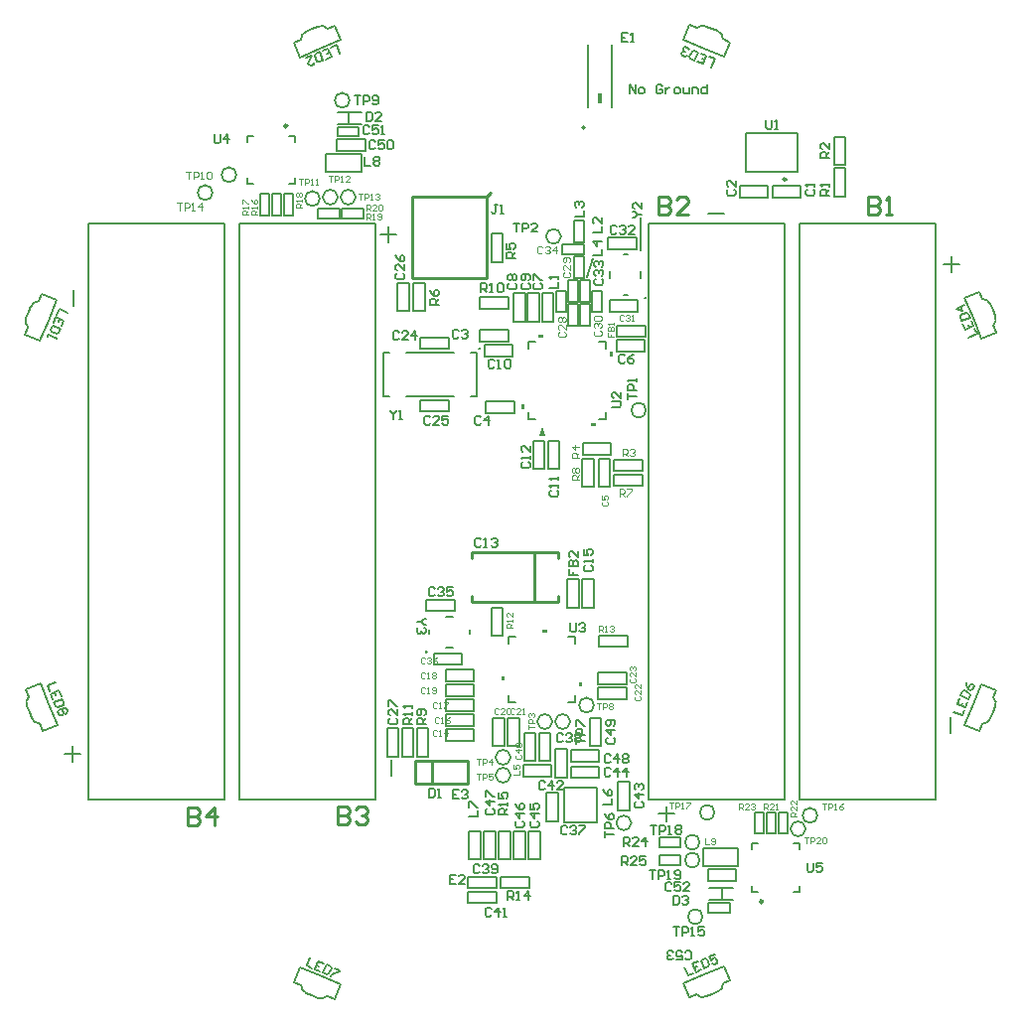
<source format=gto>
%FSLAX25Y25*%
%MOIN*%
G70*
G01*
G75*
G04 Layer_Color=16777215*
%ADD10C,0.01000*%
%ADD11C,0.00500*%
%ADD12C,0.00600*%
%ADD13R,0.03347X0.02953*%
%ADD14R,0.02953X0.03347*%
%ADD15R,0.03543X0.02953*%
G04:AMPARAMS|DCode=16|XSize=17.72mil|YSize=19.69mil|CornerRadius=0mil|HoleSize=0mil|Usage=FLASHONLY|Rotation=22.500|XOffset=0mil|YOffset=0mil|HoleType=Round|Shape=Rectangle|*
%AMROTATEDRECTD16*
4,1,4,-0.00442,-0.01248,-0.01195,0.00570,0.00442,0.01248,0.01195,-0.00570,-0.00442,-0.01248,0.0*
%
%ADD16ROTATEDRECTD16*%

G04:AMPARAMS|DCode=17|XSize=33.47mil|YSize=35.43mil|CornerRadius=0mil|HoleSize=0mil|Usage=FLASHONLY|Rotation=202.500|XOffset=0mil|YOffset=0mil|HoleType=Round|Shape=Rectangle|*
%AMROTATEDRECTD17*
4,1,4,0.00868,0.02277,0.02224,-0.00997,-0.00868,-0.02277,-0.02224,0.00997,0.00868,0.02277,0.0*
%
%ADD17ROTATEDRECTD17*%

G04:AMPARAMS|DCode=18|XSize=17.72mil|YSize=19.69mil|CornerRadius=0mil|HoleSize=0mil|Usage=FLASHONLY|Rotation=112.500|XOffset=0mil|YOffset=0mil|HoleType=Round|Shape=Rectangle|*
%AMROTATEDRECTD18*
4,1,4,0.01248,-0.00442,-0.00570,-0.01195,-0.01248,0.00442,0.00570,0.01195,0.01248,-0.00442,0.0*
%
%ADD18ROTATEDRECTD18*%

G04:AMPARAMS|DCode=19|XSize=33.47mil|YSize=35.43mil|CornerRadius=0mil|HoleSize=0mil|Usage=FLASHONLY|Rotation=292.500|XOffset=0mil|YOffset=0mil|HoleType=Round|Shape=Rectangle|*
%AMROTATEDRECTD19*
4,1,4,-0.02277,0.00868,0.00997,0.02224,0.02277,-0.00868,-0.00997,-0.02224,-0.02277,0.00868,0.0*
%
%ADD19ROTATEDRECTD19*%

G04:AMPARAMS|DCode=20|XSize=17.72mil|YSize=19.69mil|CornerRadius=0mil|HoleSize=0mil|Usage=FLASHONLY|Rotation=337.500|XOffset=0mil|YOffset=0mil|HoleType=Round|Shape=Rectangle|*
%AMROTATEDRECTD20*
4,1,4,-0.01195,-0.00570,-0.00442,0.01248,0.01195,0.00570,0.00442,-0.01248,-0.01195,-0.00570,0.0*
%
%ADD20ROTATEDRECTD20*%

G04:AMPARAMS|DCode=21|XSize=33.47mil|YSize=35.43mil|CornerRadius=0mil|HoleSize=0mil|Usage=FLASHONLY|Rotation=157.500|XOffset=0mil|YOffset=0mil|HoleType=Round|Shape=Rectangle|*
%AMROTATEDRECTD21*
4,1,4,0.02224,0.00997,0.00868,-0.02277,-0.02224,-0.00997,-0.00868,0.02277,0.02224,0.00997,0.0*
%
%ADD21ROTATEDRECTD21*%

G04:AMPARAMS|DCode=22|XSize=17.72mil|YSize=19.69mil|CornerRadius=0mil|HoleSize=0mil|Usage=FLASHONLY|Rotation=247.500|XOffset=0mil|YOffset=0mil|HoleType=Round|Shape=Rectangle|*
%AMROTATEDRECTD22*
4,1,4,-0.00570,0.01195,0.01248,0.00442,0.00570,-0.01195,-0.01248,-0.00442,-0.00570,0.01195,0.0*
%
%ADD22ROTATEDRECTD22*%

G04:AMPARAMS|DCode=23|XSize=33.47mil|YSize=35.43mil|CornerRadius=0mil|HoleSize=0mil|Usage=FLASHONLY|Rotation=67.500|XOffset=0mil|YOffset=0mil|HoleType=Round|Shape=Rectangle|*
%AMROTATEDRECTD23*
4,1,4,0.00997,-0.02224,-0.02277,-0.00868,-0.00997,0.02224,0.02277,0.00868,0.00997,-0.02224,0.0*
%
%ADD23ROTATEDRECTD23*%

%ADD24R,0.02362X0.02362*%
%ADD25R,0.01890X0.01575*%
%ADD26R,0.03150X0.05118*%
%ADD27R,0.02362X0.02559*%
%ADD28C,0.03200*%
%ADD29R,0.02559X0.02362*%
%ADD30R,0.08268X0.08268*%
%ADD31O,0.02559X0.01181*%
%ADD32O,0.01181X0.02559*%
%ADD33R,0.02953X0.03543*%
%ADD34R,0.03543X0.07480*%
%ADD35R,0.02362X0.02362*%
%ADD36R,0.02362X0.02756*%
%ADD37R,0.04724X0.05512*%
G04:AMPARAMS|DCode=38|XSize=11.02mil|YSize=33.47mil|CornerRadius=0mil|HoleSize=0mil|Usage=FLASHONLY|Rotation=0.000|XOffset=0mil|YOffset=0mil|HoleType=Round|Shape=Octagon|*
%AMOCTAGOND38*
4,1,8,-0.00276,0.01673,0.00276,0.01673,0.00551,0.01398,0.00551,-0.01398,0.00276,-0.01673,-0.00276,-0.01673,-0.00551,-0.01398,-0.00551,0.01398,-0.00276,0.01673,0.0*
%
%ADD38OCTAGOND38*%

%ADD39R,0.01102X0.03347*%
%ADD40R,0.03347X0.01102*%
%ADD41R,0.13583X0.13583*%
%ADD42R,0.05709X0.02165*%
%ADD43R,0.05512X0.04724*%
%ADD44R,0.05118X0.07480*%
%ADD45R,0.03000X0.10000*%
%ADD46R,0.17716X0.17716*%
%ADD47R,0.03600X0.04800*%
%ADD48R,0.09055X0.02559*%
%ADD49R,0.08071X0.11417*%
%ADD50R,0.08661X0.04095*%
%ADD51C,0.10000*%
%ADD52C,0.01500*%
%ADD53C,0.00800*%
%ADD54C,0.04000*%
%ADD55C,0.02000*%
%ADD56C,0.03000*%
%ADD57C,0.02500*%
%ADD58C,0.00700*%
%ADD59R,0.07000X0.23500*%
%ADD60R,0.15700X0.07000*%
%ADD61R,0.03000X0.03300*%
%ADD62C,0.03500*%
%ADD63C,0.02000*%
%ADD64R,0.10800X0.10800*%
%ADD65C,0.10800*%
%ADD66C,0.03000*%
%ADD67C,0.02200*%
%ADD68C,0.04000*%
%ADD69C,0.02598*%
%ADD70C,0.00984*%
%ADD71C,0.00984*%
%ADD72C,0.00787*%
%ADD73C,0.00300*%
%ADD74R,0.01772X0.03740*%
G36*
X11734Y-41083D02*
X10234D01*
Y-40083D01*
X11734D01*
Y-41083D01*
D02*
G37*
G36*
X11000Y24750D02*
X9000D01*
X10000Y28250D01*
X11000Y24750D01*
D02*
G37*
G36*
X23417Y-59172D02*
X22417D01*
Y-57673D01*
X23417D01*
Y-59172D01*
D02*
G37*
G36*
X-2417Y-57204D02*
X-3417D01*
Y-55704D01*
X-2417D01*
Y-57204D01*
D02*
G37*
G36*
X33886Y51610D02*
X32886D01*
Y53110D01*
X33886D01*
Y51610D01*
D02*
G37*
G36*
X10392Y57886D02*
X8892D01*
Y58886D01*
X10392D01*
Y57886D01*
D02*
G37*
G36*
X28108Y28114D02*
X26608D01*
Y29114D01*
X28108D01*
Y28114D01*
D02*
G37*
G36*
X4114Y33889D02*
X3114D01*
Y35390D01*
X4114D01*
Y33889D01*
D02*
G37*
D10*
X44793Y71126D02*
G03*
X44793Y71126I-100J0D01*
G01*
X-28774Y-47693D02*
G03*
X-28774Y-47693I-100J0D01*
G01*
X-10865Y54161D02*
G03*
X-10865Y54161I-100J0D01*
G01*
X-33629Y105042D02*
X-8511D01*
X-33619Y77896D02*
Y104964D01*
Y77896D02*
X-8521D01*
X-8511Y105042D01*
X-7044Y106440D01*
X-14850Y-91800D02*
Y-84200D01*
X-32450D02*
X-14850D01*
X-32450Y-91800D02*
Y-84200D01*
Y-91800D02*
X-14850D01*
X-26950D02*
Y-84200D01*
X-13370Y-16201D02*
Y-14035D01*
X15370Y-16201D02*
Y-14035D01*
Y-30965D02*
Y-28799D01*
X7496Y-30965D02*
Y-14035D01*
X-13370Y-30965D02*
Y-28799D01*
Y-14035D02*
X15370D01*
X-13370Y-30965D02*
X15370D01*
X119500Y104998D02*
Y99000D01*
X122499D01*
X123499Y100000D01*
Y100999D01*
X122499Y101999D01*
X119500D01*
X122499D01*
X123499Y102999D01*
Y103998D01*
X122499Y104998D01*
X119500D01*
X125498Y99000D02*
X127497D01*
X126498D01*
Y104998D01*
X125498Y103998D01*
X49000Y104998D02*
Y99000D01*
X51999D01*
X52999Y100000D01*
Y100999D01*
X51999Y101999D01*
X49000D01*
X51999D01*
X52999Y102999D01*
Y103998D01*
X51999Y104998D01*
X49000D01*
X58997Y99000D02*
X54998D01*
X58997Y102999D01*
Y103998D01*
X57997Y104998D01*
X55998D01*
X54998Y103998D01*
X-109000Y-100002D02*
Y-106000D01*
X-106001D01*
X-105001Y-105000D01*
Y-104001D01*
X-106001Y-103001D01*
X-109000D01*
X-106001D01*
X-105001Y-102001D01*
Y-101002D01*
X-106001Y-100002D01*
X-109000D01*
X-100003Y-106000D02*
Y-100002D01*
X-103002Y-103001D01*
X-99003D01*
X-58500Y-99502D02*
Y-105500D01*
X-55501D01*
X-54501Y-104500D01*
Y-103501D01*
X-55501Y-102501D01*
X-58500D01*
X-55501D01*
X-54501Y-101501D01*
Y-100502D01*
X-55501Y-99502D01*
X-58500D01*
X-52502Y-100502D02*
X-51502Y-99502D01*
X-49503D01*
X-48503Y-100502D01*
Y-101501D01*
X-49503Y-102501D01*
X-50503D01*
X-49503D01*
X-48503Y-103501D01*
Y-104500D01*
X-49503Y-105500D01*
X-51502D01*
X-52502Y-104500D01*
D11*
X69082Y-161610D02*
G03*
X70813Y-158992I-926J2493D01*
G01*
X62007Y-162640D02*
G03*
X65081Y-163268I1967J1790D01*
G01*
X160514Y69082D02*
G03*
X157896Y70812I-2493J-926D01*
G01*
X161544Y62006D02*
G03*
X162172Y65081I-1790J1967D01*
G01*
X-65081Y-163672D02*
G03*
X-62007Y-163044I1108J2417D01*
G01*
X-70813Y-159396D02*
G03*
X-69082Y-162014I2656J-125D01*
G01*
X65081Y162324D02*
G03*
X62007Y161696I-1108J-2417D01*
G01*
X70813Y158049D02*
G03*
X69082Y160667I-2656J125D01*
G01*
X-69082Y160574D02*
G03*
X-70813Y157956I926J-2493D01*
G01*
X-62007Y161604D02*
G03*
X-65081Y162232I-1967J-1790D01*
G01*
X-163028Y64361D02*
G03*
X-162400Y61287I2417J-1108D01*
G01*
X-158752Y70093D02*
G03*
X-161371Y68362I-125J-2656D01*
G01*
X98500Y-107000D02*
G03*
X98500Y-107000I-2500J0D01*
G01*
X63000Y-111500D02*
G03*
X63000Y-111500I-2500J0D01*
G01*
X-54500Y137500D02*
G03*
X-54500Y137500I-2500J0D01*
G01*
X68000Y-101500D02*
G03*
X68000Y-101500I-2500J0D01*
G01*
X64000Y-136500D02*
G03*
X64000Y-136500I-2500J0D01*
G01*
X102500Y-102500D02*
G03*
X102500Y-102500I-2500J0D01*
G01*
X-161167Y-69883D02*
G03*
X-158549Y-71613I2493J926D01*
G01*
X-162196Y-62807D02*
G03*
X-162824Y-65882I1790J-1967D01*
G01*
X162168Y-66001D02*
G03*
X161540Y-62927I-2417J1108D01*
G01*
X157892Y-71733D02*
G03*
X160511Y-70003I125J2656D01*
G01*
X63000Y-117500D02*
G03*
X63000Y-117500I-2500J0D01*
G01*
X13500Y-71000D02*
G03*
X13500Y-71000I-2500J0D01*
G01*
X27500Y-65500D02*
G03*
X27500Y-65500I-2500J0D01*
G01*
X-500Y-89000D02*
G03*
X-500Y-89000I-2500J0D01*
G01*
X16410Y91830D02*
G03*
X16410Y91830I-2500J0D01*
G01*
X40000Y-105000D02*
G03*
X40000Y-105000I-2500J0D01*
G01*
X-500Y-83000D02*
G03*
X-500Y-83000I-2500J0D01*
G01*
X19500Y-71000D02*
G03*
X19500Y-71000I-2500J0D01*
G01*
X-92500Y112500D02*
G03*
X-92500Y112500I-2500J0D01*
G01*
X-64500Y104500D02*
G03*
X-64500Y104500I-2500J0D01*
G01*
X45000Y33500D02*
G03*
X45000Y33500I-2500J0D01*
G01*
X-52500Y105000D02*
G03*
X-52500Y105000I-2500J0D01*
G01*
X-58500D02*
G03*
X-58500Y105000I-2500J0D01*
G01*
X-100500Y106500D02*
G03*
X-100500Y106500I-2500J0D01*
G01*
X7032Y23224D02*
X10968D01*
X7032Y13776D02*
Y23224D01*
Y13776D02*
X10968D01*
Y23224D01*
X12032D02*
X15969D01*
X12032Y13776D02*
Y23224D01*
Y13776D02*
X15969D01*
Y23224D01*
X29032Y17224D02*
X32969D01*
X29032Y7776D02*
Y17224D01*
Y7776D02*
X32969D01*
Y17224D01*
X724Y32531D02*
Y36468D01*
X-8724D02*
X724D01*
X-8724Y32531D02*
Y36468D01*
Y32531D02*
X724D01*
X44724Y58031D02*
Y61968D01*
X35276D02*
X44724D01*
X35276Y58031D02*
Y61968D01*
Y58031D02*
X44724D01*
X-1276Y56532D02*
Y60469D01*
X-10724D02*
X-1276D01*
X-10724Y56532D02*
Y60469D01*
Y56532D02*
X-1276D01*
X224Y51531D02*
Y55468D01*
X-9224D02*
X224D01*
X-9224Y51531D02*
Y55468D01*
Y51531D02*
X224D01*
X10031Y63276D02*
X13969D01*
Y72724D01*
X10031D02*
X13969D01*
X10031Y63276D02*
Y72724D01*
X108031Y115776D02*
X111969D01*
Y125224D01*
X108031D02*
X111969D01*
X108031Y115776D02*
Y125224D01*
Y105276D02*
X111969D01*
Y114724D01*
X108031D02*
X111969D01*
X108031Y105276D02*
Y114724D01*
X67082Y-162439D02*
X69082Y-161610D01*
X70807Y-158979D02*
X73315Y-157940D01*
X71281Y-153029D02*
X73315Y-157940D01*
X64370Y-155892D02*
X71281Y-153029D01*
X65081Y-163268D02*
X67082Y-162439D01*
X59493Y-163665D02*
X62001Y-162626D01*
X57459Y-158755D02*
X59493Y-163665D01*
X57459Y-158755D02*
X64370Y-155892D01*
X160514Y69082D02*
X161343Y67081D01*
X156843Y73314D02*
X157882Y70806D01*
X151933Y71280D02*
X156843Y73314D01*
X151933Y71280D02*
X154796Y64369D01*
X161343Y67081D02*
X162172Y65081D01*
X161530Y62000D02*
X162569Y59492D01*
X157658Y57459D02*
X162569Y59492D01*
X154796Y64369D02*
X157658Y57459D01*
X-67082Y-162843D02*
X-65081Y-163672D01*
X-62001Y-163030D02*
X-59493Y-164069D01*
X-57459Y-159158D01*
X-64370Y-156296D02*
X-57459Y-159158D01*
X-69082Y-162014D02*
X-67082Y-162843D01*
X-73315Y-158344D02*
X-70807Y-159382D01*
X-73315Y-158344D02*
X-71281Y-153433D01*
X-64370Y-156296D01*
X65081Y162324D02*
X67082Y161495D01*
X59493Y162721D02*
X62001Y161682D01*
X57459Y157811D02*
X59493Y162721D01*
X57459Y157811D02*
X64370Y154948D01*
X67082Y161495D02*
X69082Y160667D01*
X70807Y158035D02*
X73315Y156996D01*
X71281Y152086D02*
X73315Y156996D01*
X64370Y154948D02*
X71281Y152086D01*
X-69082Y160574D02*
X-67082Y161403D01*
X-73315Y156904D02*
X-70807Y157942D01*
X-73315Y156904D02*
X-71281Y151993D01*
X-64370Y154856D01*
X-67082Y161403D02*
X-65081Y162232D01*
X-62001Y161590D02*
X-59493Y162629D01*
X-57459Y157718D01*
X-64370Y154856D02*
X-57459Y157718D01*
X-163028Y64361D02*
X-162199Y66362D01*
X-163425Y58773D02*
X-162386Y61281D01*
X-163425Y58773D02*
X-158515Y56739D01*
X-155652Y63650D01*
X-162199Y66362D02*
X-161371Y68362D01*
X-158739Y70087D02*
X-157700Y72595D01*
X-152789Y70561D01*
X-155652Y63650D02*
X-152789Y70561D01*
X-58543Y125425D02*
Y128575D01*
Y125425D02*
X-51457D01*
Y128575D01*
X-58543D02*
X-51457D01*
X-55000Y129532D02*
Y133468D01*
X-50595Y113350D02*
Y119650D01*
X-62406D02*
X-50595D01*
X-62406Y113350D02*
Y119650D01*
Y113350D02*
X-50595D01*
X85425Y-108543D02*
Y-101457D01*
X88575D01*
Y-108543D02*
Y-101457D01*
X85425Y-108543D02*
X88575D01*
X89425D02*
Y-101457D01*
X92575D01*
Y-108543D02*
Y-101457D01*
X89425Y-108543D02*
X92575D01*
X75224Y-124469D02*
Y-120531D01*
X65776D02*
X75224D01*
X65776Y-124469D02*
Y-120531D01*
Y-124469D02*
X75224D01*
X73043Y-135075D02*
Y-131925D01*
X65957D02*
X73043D01*
X65957Y-135075D02*
Y-131925D01*
Y-135075D02*
X73043D01*
X49327Y-113075D02*
X56413D01*
X49327D02*
Y-109925D01*
X56413D01*
Y-113075D02*
Y-109925D01*
X64095Y-119650D02*
Y-113350D01*
Y-119650D02*
X75906D01*
Y-113350D01*
X64095D02*
X75906D01*
X-161995Y-67883D02*
X-161167Y-69883D01*
X-158535Y-71608D02*
X-157496Y-74115D01*
X-152586Y-72082D01*
X-155448Y-65171D02*
X-152586Y-72082D01*
X-162824Y-65882D02*
X-161995Y-67883D01*
X-163221Y-60294D02*
X-162182Y-62801D01*
X-163221Y-60294D02*
X-158311Y-58260D01*
X-155448Y-65171D01*
X81425Y-108543D02*
Y-101457D01*
X84575D01*
Y-108543D02*
Y-101457D01*
X81425Y-108543D02*
X84575D01*
X70598Y-130870D02*
Y-126933D01*
X161339Y-68002D02*
X162168Y-66001D01*
X161526Y-62921D02*
X162565Y-60413D01*
X157655Y-58379D02*
X162565Y-60413D01*
X154792Y-65290D02*
X157655Y-58379D01*
X160511Y-70003D02*
X161339Y-68002D01*
X156840Y-74235D02*
X157879Y-71727D01*
X151929Y-72201D02*
X156840Y-74235D01*
X151929Y-72201D02*
X154792Y-65290D01*
X49327Y-119075D02*
X56413D01*
X49327D02*
Y-115925D01*
X56413D01*
Y-119075D02*
Y-115925D01*
X5724Y-126969D02*
Y-123031D01*
X-3724D02*
X5724D01*
X-3724Y-126969D02*
Y-123031D01*
Y-126969D02*
X5724D01*
X-6968Y-42224D02*
X-3032D01*
Y-32776D01*
X-6968D02*
X-3032D01*
X-6968Y-42224D02*
Y-32776D01*
X-26224Y-51968D02*
Y-48031D01*
Y-51968D02*
X-16776D01*
Y-48031D01*
X-26224D02*
X-16776D01*
X-5276Y-131968D02*
Y-128032D01*
X-14724D02*
X-5276D01*
X-14724Y-131968D02*
Y-128032D01*
Y-131968D02*
X-5276D01*
X32776Y66531D02*
Y70468D01*
Y66531D02*
X42224D01*
Y70468D01*
X32776D02*
X42224D01*
X-5276Y-126969D02*
Y-123031D01*
X-14724D02*
X-5276D01*
X-14724Y-126969D02*
Y-123031D01*
Y-126969D02*
X-5276D01*
X16957Y85925D02*
Y89075D01*
Y85925D02*
X24043D01*
Y89075D01*
X16957D02*
X24043D01*
X14532Y-89724D02*
X18469D01*
Y-80276D01*
X14532D02*
X18469D01*
X14532Y-89724D02*
Y-80276D01*
X5531Y-117224D02*
X9469D01*
Y-107776D01*
X5531D02*
X9469D01*
X5531Y-117224D02*
Y-107776D01*
X41724Y87532D02*
Y91469D01*
X32276D02*
X41724D01*
X32276Y87532D02*
Y91469D01*
Y87532D02*
X41724D01*
X26925Y73543D02*
X30075D01*
X26925Y66457D02*
Y73543D01*
Y66457D02*
X30075D01*
Y73543D01*
X-4468Y-117224D02*
X-532D01*
Y-107776D01*
X-4468D02*
X-532D01*
X-4468Y-117224D02*
Y-107776D01*
X26032Y-69776D02*
X29969D01*
X26032Y-79224D02*
Y-69776D01*
Y-79224D02*
X29969D01*
Y-69776D01*
X4031Y-74776D02*
X7969D01*
X4031Y-84224D02*
Y-74776D01*
Y-84224D02*
X7969D01*
Y-74776D01*
X3776Y-89468D02*
Y-85532D01*
Y-89468D02*
X13224D01*
Y-85532D01*
X3776D02*
X13224D01*
X-14469Y-117224D02*
X-10531D01*
Y-107776D01*
X-14469D02*
X-10531D01*
X-14469Y-117224D02*
Y-107776D01*
X22925Y69957D02*
Y77043D01*
X26075D01*
Y69957D02*
Y77043D01*
X22925Y69957D02*
X26075D01*
X37331Y72307D02*
X38669D01*
X43315Y77819D02*
Y80181D01*
X32685Y77819D02*
Y80181D01*
X37331Y85693D02*
X38669D01*
X22925Y61957D02*
X26075D01*
Y69043D01*
X22925D02*
X26075D01*
X22925Y61957D02*
Y69043D01*
X18925Y61957D02*
X22075D01*
Y69043D01*
X18925D02*
X22075D01*
X18925Y61957D02*
Y69043D01*
X20925Y89957D02*
Y97043D01*
X24075D01*
Y89957D02*
Y97043D01*
X20925Y89957D02*
X24075D01*
X20925Y77957D02*
Y85043D01*
X24075D01*
Y77957D02*
Y85043D01*
X20925Y77957D02*
X24075D01*
X9031Y-74776D02*
X12968D01*
X9031Y-84224D02*
Y-74776D01*
Y-84224D02*
X12968D01*
Y-74776D01*
X19776Y-89969D02*
Y-86032D01*
Y-89969D02*
X29224D01*
Y-86032D01*
X19776D02*
X29224D01*
X76476Y104984D02*
Y108921D01*
Y104984D02*
X85925D01*
Y108921D01*
X76476D02*
X85925D01*
X29276Y-45968D02*
Y-42031D01*
Y-45968D02*
X38724D01*
Y-42031D01*
X29276D02*
X38724D01*
X19776Y-84469D02*
Y-80532D01*
Y-84469D02*
X29224D01*
Y-80532D01*
X19776D02*
X29224D01*
X532Y-117224D02*
X4468D01*
Y-107776D01*
X532D02*
X4468D01*
X532Y-117224D02*
Y-107776D01*
X96925Y104984D02*
Y108921D01*
X87476D02*
X96925D01*
X87476Y104984D02*
Y108921D01*
Y104984D02*
X96925D01*
X11531Y-94933D02*
X15469D01*
X11531Y-104382D02*
Y-94933D01*
Y-104382D02*
X15469D01*
Y-94933D01*
X-9469Y-117224D02*
X-5531D01*
Y-107776D01*
X-9469D02*
X-5531D01*
X-9469Y-117224D02*
Y-107776D01*
X-19276Y-33968D02*
Y-30031D01*
X-28724D02*
X-19276D01*
X-28724Y-33968D02*
Y-30031D01*
Y-33968D02*
X-19276D01*
X-27693Y-41669D02*
Y-40331D01*
X-22181Y-46315D02*
X-19819D01*
X-22181Y-35685D02*
X-19819D01*
X-14307Y-41669D02*
Y-40331D01*
X35531Y-100724D02*
X39469D01*
Y-91276D01*
X35531D02*
X39469D01*
X35531Y-100724D02*
Y-91276D01*
X-35374Y52980D02*
X-19626D01*
X-43248Y38020D02*
Y52980D01*
X-41280D01*
X-43248Y38020D02*
X-41280D01*
X-13721D02*
X-11752D01*
X-13721Y52980D02*
X-11752D01*
Y38020D02*
Y52980D01*
X-35374Y38020D02*
X-19626D01*
X-30724Y33031D02*
Y36968D01*
Y33031D02*
X-21276D01*
Y36968D01*
X-30724D02*
X-21276D01*
X-31969Y-82724D02*
X-28032D01*
Y-73276D01*
X-31969D02*
X-28032D01*
X-31969Y-82724D02*
Y-73276D01*
X18925Y69957D02*
X22075D01*
Y77043D01*
X18925D02*
X22075D01*
X18925Y69957D02*
Y77043D01*
X43724Y8032D02*
Y11969D01*
X34276D02*
X43724D01*
X34276Y8032D02*
Y11969D01*
Y8032D02*
X43724D01*
X18075Y66457D02*
Y73543D01*
X14925Y66457D02*
X18075D01*
X14925D02*
Y73543D01*
X18075D01*
X23531Y17224D02*
X27468D01*
X23531Y7776D02*
Y17224D01*
Y7776D02*
X27468D01*
Y17224D01*
X-33038Y76154D02*
X-29101D01*
X-33038Y66706D02*
Y76154D01*
Y66706D02*
X-29101D01*
Y76154D01*
X34276Y13032D02*
Y16969D01*
Y13032D02*
X43724D01*
Y16969D01*
X34276D02*
X43724D01*
X-30724Y54031D02*
Y57968D01*
Y54031D02*
X-21276D01*
Y57968D01*
X-30724D02*
X-21276D01*
X-1276Y67532D02*
Y71469D01*
X-10724D02*
X-1276D01*
X-10724Y67532D02*
Y71469D01*
Y67532D02*
X-1276D01*
X-6968Y83276D02*
X-3032D01*
Y92724D01*
X-6968D02*
X-3032D01*
X-6968Y83276D02*
Y92724D01*
X-58724Y120531D02*
Y124469D01*
Y120531D02*
X-49276D01*
Y124469D01*
X-58724D02*
X-49276D01*
X-36968Y-73276D02*
X-33031D01*
X-36968Y-82724D02*
Y-73276D01*
Y-82724D02*
X-33031D01*
Y-73276D01*
X-41969D02*
X-38032D01*
X-41969Y-82724D02*
Y-73276D01*
Y-82724D02*
X-38032D01*
Y-73276D01*
X-38539Y66706D02*
X-34602D01*
Y76154D01*
X-38539D02*
X-34602D01*
X-38539Y66706D02*
Y76154D01*
X33224Y18531D02*
Y22468D01*
X23776D02*
X33224D01*
X23776Y18531D02*
Y22468D01*
Y18531D02*
X33224D01*
X23531Y-32724D02*
X27468D01*
Y-23276D01*
X23531D02*
X27468D01*
X23531Y-32724D02*
Y-23276D01*
X17488Y-104905D02*
Y-93094D01*
Y-104905D02*
X28512D01*
X17488Y-93094D02*
X28512D01*
Y-104905D02*
Y-93094D01*
X-57043Y97925D02*
X-49957D01*
X-57043D02*
Y101075D01*
X-49957D01*
Y97925D02*
Y101075D01*
X-65043D02*
X-57957D01*
Y97925D02*
Y101075D01*
X-65043Y97925D02*
X-57957D01*
X-65043D02*
Y101075D01*
X-73425Y98957D02*
Y106043D01*
X-76575Y98957D02*
X-73425D01*
X-76575D02*
Y106043D01*
X-73425D01*
X-77425Y98957D02*
Y106043D01*
X-80575Y98957D02*
X-77425D01*
X-80575D02*
Y106043D01*
X-77425D01*
X-81425Y98957D02*
Y106043D01*
X-84575Y98957D02*
X-81425D01*
X-84575D02*
Y106043D01*
X-81425D01*
X35176Y53232D02*
Y57169D01*
Y53232D02*
X44624D01*
Y57169D01*
X35176D02*
X44624D01*
X532Y63276D02*
X4468D01*
Y72724D01*
X532D02*
X4468D01*
X532Y63276D02*
Y72724D01*
X5232Y63276D02*
X9168D01*
Y72724D01*
X5232D02*
X9168D01*
X5232Y63276D02*
Y72724D01*
X25000Y78000D02*
X27000Y84500D01*
X43000Y87000D02*
Y98000D01*
X18531Y-23276D02*
X22468D01*
X18531Y-32724D02*
Y-23276D01*
Y-32724D02*
X22468D01*
Y-23276D01*
X-12776Y-77469D02*
Y-73532D01*
X-22224D02*
X-12776D01*
X-22224Y-77469D02*
Y-73532D01*
Y-77469D02*
X-12776D01*
Y-72469D02*
Y-68532D01*
X-22224D02*
X-12776D01*
X-22224Y-72469D02*
Y-68532D01*
Y-72469D02*
X-12776D01*
Y-67469D02*
Y-63532D01*
X-22224D02*
X-12776D01*
X-22224Y-67469D02*
Y-63532D01*
Y-67469D02*
X-12776D01*
Y-62468D02*
Y-58531D01*
X-22224D02*
X-12776D01*
X-22224Y-62468D02*
Y-58531D01*
Y-62468D02*
X-12776D01*
Y-57468D02*
Y-53531D01*
X-22224D02*
X-12776D01*
X-22224Y-57468D02*
Y-53531D01*
Y-57468D02*
X-12776D01*
X-1469Y-69776D02*
X2468D01*
X-1469Y-79224D02*
Y-69776D01*
Y-79224D02*
X2468D01*
Y-69776D01*
X-6469D02*
X-2531D01*
X-6469Y-79224D02*
Y-69776D01*
Y-79224D02*
X-2531D01*
Y-69776D01*
X28933Y-63468D02*
Y-59531D01*
Y-63468D02*
X38382D01*
Y-59531D01*
X28933D02*
X38382D01*
X28933Y-58469D02*
Y-54532D01*
Y-58469D02*
X38382D01*
Y-54532D01*
X28933D02*
X38382D01*
X24521Y-18521D02*
X24021Y-19020D01*
Y-20020D01*
X24521Y-20520D01*
X26520D01*
X27020Y-20020D01*
Y-19020D01*
X26520Y-18521D01*
X27020Y-17521D02*
Y-16521D01*
Y-17021D01*
X24021D01*
X24521Y-17521D01*
X24021Y-13022D02*
Y-15022D01*
X25521D01*
X25021Y-14022D01*
Y-13522D01*
X25521Y-13022D01*
X26520D01*
X27020Y-13522D01*
Y-14522D01*
X26520Y-15022D01*
X16999Y-75501D02*
X16499Y-75001D01*
X15500D01*
X15000Y-75501D01*
Y-77500D01*
X15500Y-78000D01*
X16499D01*
X16999Y-77500D01*
X17999Y-75501D02*
X18499Y-75001D01*
X19499D01*
X19998Y-75501D01*
Y-76001D01*
X19499Y-76500D01*
X18999D01*
X19499D01*
X19998Y-77000D01*
Y-77500D01*
X19499Y-78000D01*
X18499D01*
X17999Y-77500D01*
X20998Y-75501D02*
X21498Y-75001D01*
X22498D01*
X22997Y-75501D01*
Y-76001D01*
X22498Y-76500D01*
X22997Y-77000D01*
Y-77500D01*
X22498Y-78000D01*
X21498D01*
X20998Y-77500D01*
Y-77000D01*
X21498Y-76500D01*
X20998Y-76001D01*
Y-75501D01*
X21498Y-76500D02*
X22498D01*
X10999Y-91501D02*
X10499Y-91001D01*
X9500D01*
X9000Y-91501D01*
Y-93500D01*
X9500Y-94000D01*
X10499D01*
X10999Y-93500D01*
X13499Y-94000D02*
Y-91001D01*
X11999Y-92501D01*
X13998D01*
X16997Y-94000D02*
X14998D01*
X16997Y-92001D01*
Y-91501D01*
X16498Y-91001D01*
X15498D01*
X14998Y-91501D01*
X32999Y-82501D02*
X32500Y-82001D01*
X31500D01*
X31000Y-82501D01*
Y-84500D01*
X31500Y-85000D01*
X32500D01*
X32999Y-84500D01*
X35499Y-85000D02*
Y-82001D01*
X33999Y-83500D01*
X35998D01*
X36998Y-82501D02*
X37498Y-82001D01*
X38498D01*
X38997Y-82501D01*
Y-83001D01*
X38498Y-83500D01*
X38997Y-84000D01*
Y-84500D01*
X38498Y-85000D01*
X37498D01*
X36998Y-84500D01*
Y-84000D01*
X37498Y-83500D01*
X36998Y-83001D01*
Y-82501D01*
X37498Y-83500D02*
X38498D01*
X32999Y-87001D02*
X32500Y-86501D01*
X31500D01*
X31000Y-87001D01*
Y-89000D01*
X31500Y-89500D01*
X32500D01*
X32999Y-89000D01*
X35499Y-89500D02*
Y-86501D01*
X33999Y-88001D01*
X35998D01*
X38498Y-89500D02*
Y-86501D01*
X36998Y-88001D01*
X38997D01*
X18499Y-106501D02*
X18000Y-106001D01*
X17000D01*
X16500Y-106501D01*
Y-108500D01*
X17000Y-109000D01*
X18000D01*
X18499Y-108500D01*
X19499Y-106501D02*
X19999Y-106001D01*
X20999D01*
X21498Y-106501D01*
Y-107001D01*
X20999Y-107501D01*
X20499D01*
X20999D01*
X21498Y-108000D01*
Y-108500D01*
X20999Y-109000D01*
X19999D01*
X19499Y-108500D01*
X22498Y-106001D02*
X24497D01*
Y-106501D01*
X22498Y-108500D01*
Y-109000D01*
X41501Y-98001D02*
X41001Y-98501D01*
Y-99500D01*
X41501Y-100000D01*
X43500D01*
X44000Y-99500D01*
Y-98501D01*
X43500Y-98001D01*
X44000Y-95501D02*
X41001D01*
X42500Y-97001D01*
Y-95002D01*
X41501Y-94002D02*
X41001Y-93502D01*
Y-92502D01*
X41501Y-92003D01*
X42001D01*
X42500Y-92502D01*
Y-93002D01*
Y-92502D01*
X43000Y-92003D01*
X43500D01*
X44000Y-92502D01*
Y-93502D01*
X43500Y-94002D01*
X32001Y-76501D02*
X31501Y-77000D01*
Y-78000D01*
X32001Y-78500D01*
X34000D01*
X34500Y-78000D01*
Y-77000D01*
X34000Y-76501D01*
X34500Y-74001D02*
X31501D01*
X33000Y-75501D01*
Y-73502D01*
X34000Y-72502D02*
X34500Y-72002D01*
Y-71002D01*
X34000Y-70503D01*
X32001D01*
X31501Y-71002D01*
Y-72002D01*
X32001Y-72502D01*
X32501D01*
X33000Y-72002D01*
Y-70503D01*
X6501Y-104501D02*
X6001Y-105000D01*
Y-106000D01*
X6501Y-106500D01*
X8500D01*
X9000Y-106000D01*
Y-105000D01*
X8500Y-104501D01*
X9000Y-102001D02*
X6001D01*
X7501Y-103501D01*
Y-101502D01*
X6001Y-98503D02*
Y-100502D01*
X7501D01*
X7001Y-99502D01*
Y-99002D01*
X7501Y-98503D01*
X8500D01*
X9000Y-99002D01*
Y-100002D01*
X8500Y-100502D01*
X1501Y-104501D02*
X1001Y-105000D01*
Y-106000D01*
X1501Y-106500D01*
X3500D01*
X4000Y-106000D01*
Y-105000D01*
X3500Y-104501D01*
X4000Y-102001D02*
X1001D01*
X2500Y-103501D01*
Y-101502D01*
X1001Y-98503D02*
X1501Y-99502D01*
X2500Y-100502D01*
X3500D01*
X4000Y-100002D01*
Y-99002D01*
X3500Y-98503D01*
X3000D01*
X2500Y-99002D01*
Y-100502D01*
X-11001Y-119501D02*
X-11501Y-119001D01*
X-12500D01*
X-13000Y-119501D01*
Y-121500D01*
X-12500Y-122000D01*
X-11501D01*
X-11001Y-121500D01*
X-10001Y-119501D02*
X-9501Y-119001D01*
X-8501D01*
X-8002Y-119501D01*
Y-120001D01*
X-8501Y-120501D01*
X-9001D01*
X-8501D01*
X-8002Y-121000D01*
Y-121500D01*
X-8501Y-122000D01*
X-9501D01*
X-10001Y-121500D01*
X-7002D02*
X-6502Y-122000D01*
X-5502D01*
X-5003Y-121500D01*
Y-119501D01*
X-5502Y-119001D01*
X-6502D01*
X-7002Y-119501D01*
Y-120001D01*
X-6502Y-120501D01*
X-5003D01*
X-7001Y-133901D02*
X-7501Y-133401D01*
X-8500D01*
X-9000Y-133901D01*
Y-135900D01*
X-8500Y-136400D01*
X-7501D01*
X-7001Y-135900D01*
X-4501Y-136400D02*
Y-133401D01*
X-6001Y-134900D01*
X-4002D01*
X-3002Y-136400D02*
X-2002D01*
X-2502D01*
Y-133401D01*
X-3002Y-133901D01*
X-8499Y-100276D02*
X-8999Y-100776D01*
Y-101776D01*
X-8499Y-102276D01*
X-6500D01*
X-6000Y-101776D01*
Y-100776D01*
X-6500Y-100276D01*
X-6000Y-97777D02*
X-8999D01*
X-7500Y-99277D01*
Y-97277D01*
X-8999Y-96277D02*
Y-94278D01*
X-8499D01*
X-6500Y-96277D01*
X-6000D01*
X-46001Y123499D02*
X-46501Y123999D01*
X-47500D01*
X-48000Y123499D01*
Y121500D01*
X-47500Y121000D01*
X-46501D01*
X-46001Y121500D01*
X-43002Y123999D02*
X-45001D01*
Y122500D01*
X-44001Y122999D01*
X-43501D01*
X-43002Y122500D01*
Y121500D01*
X-43501Y121000D01*
X-44501D01*
X-45001Y121500D01*
X-42002Y123499D02*
X-41502Y123999D01*
X-40502D01*
X-40003Y123499D01*
Y121500D01*
X-40502Y121000D01*
X-41502D01*
X-42002Y121500D01*
Y123499D01*
X53499Y-125501D02*
X53000Y-125001D01*
X52000D01*
X51500Y-125501D01*
Y-127500D01*
X52000Y-128000D01*
X53000D01*
X53499Y-127500D01*
X56498Y-125001D02*
X54499D01*
Y-126500D01*
X55499Y-126001D01*
X55999D01*
X56498Y-126500D01*
Y-127500D01*
X55999Y-128000D01*
X54999D01*
X54499Y-127500D01*
X59497Y-128000D02*
X57498D01*
X59497Y-126001D01*
Y-125501D01*
X58998Y-125001D01*
X57998D01*
X57498Y-125501D01*
X-48001Y128499D02*
X-48500Y128999D01*
X-49500D01*
X-50000Y128499D01*
Y126500D01*
X-49500Y126000D01*
X-48500D01*
X-48001Y126500D01*
X-45002Y128999D02*
X-47001D01*
Y127499D01*
X-46001Y127999D01*
X-45501D01*
X-45002Y127499D01*
Y126500D01*
X-45501Y126000D01*
X-46501D01*
X-47001Y126500D01*
X-44002Y126000D02*
X-43002D01*
X-43502D01*
Y128999D01*
X-44002Y128499D01*
X58001Y-150499D02*
X58500Y-150999D01*
X59500D01*
X60000Y-150499D01*
Y-148500D01*
X59500Y-148000D01*
X58500D01*
X58001Y-148500D01*
X55002Y-150999D02*
X57001D01*
Y-149499D01*
X56001Y-149999D01*
X55501D01*
X55002Y-149499D01*
Y-148500D01*
X55501Y-148000D01*
X56501D01*
X57001Y-148500D01*
X54002Y-150499D02*
X53502Y-150999D01*
X52502D01*
X52003Y-150499D01*
Y-149999D01*
X52502Y-149499D01*
X53002D01*
X52502D01*
X52003Y-149000D01*
Y-148500D01*
X52502Y-148000D01*
X53502D01*
X54002Y-148500D01*
X99001Y107499D02*
X98501Y107000D01*
Y106000D01*
X99001Y105500D01*
X101000D01*
X101500Y106000D01*
Y107000D01*
X101000Y107499D01*
X101500Y108499D02*
Y109499D01*
Y108999D01*
X98501D01*
X99001Y108499D01*
X-26001Y-26501D02*
X-26500Y-26001D01*
X-27500D01*
X-28000Y-26501D01*
Y-28500D01*
X-27500Y-29000D01*
X-26500D01*
X-26001Y-28500D01*
X-25001Y-26501D02*
X-24501Y-26001D01*
X-23501D01*
X-23002Y-26501D01*
Y-27001D01*
X-23501Y-27501D01*
X-24001D01*
X-23501D01*
X-23002Y-28000D01*
Y-28500D01*
X-23501Y-29000D01*
X-24501D01*
X-25001Y-28500D01*
X-20003Y-26001D02*
X-22002D01*
Y-27501D01*
X-21002Y-27001D01*
X-20502D01*
X-20003Y-27501D01*
Y-28500D01*
X-20502Y-29000D01*
X-21502D01*
X-22002Y-28500D01*
X72501Y107499D02*
X72001Y107000D01*
Y106000D01*
X72501Y105500D01*
X74500D01*
X75000Y106000D01*
Y107000D01*
X74500Y107499D01*
X75000Y110498D02*
Y108499D01*
X73001Y110498D01*
X72501D01*
X72001Y109999D01*
Y108999D01*
X72501Y108499D01*
X-10501Y-10001D02*
X-11000Y-9501D01*
X-12000D01*
X-12500Y-10001D01*
Y-12000D01*
X-12000Y-12500D01*
X-11000D01*
X-10501Y-12000D01*
X-9501Y-12500D02*
X-8501D01*
X-9001D01*
Y-9501D01*
X-9501Y-10001D01*
X-7002D02*
X-6502Y-9501D01*
X-5502D01*
X-5002Y-10001D01*
Y-10501D01*
X-5502Y-11000D01*
X-6002D01*
X-5502D01*
X-5002Y-11500D01*
Y-12000D01*
X-5502Y-12500D01*
X-6502D01*
X-7002Y-12000D01*
X-40999Y-70001D02*
X-41499Y-70500D01*
Y-71500D01*
X-40999Y-72000D01*
X-39000D01*
X-38500Y-71500D01*
Y-70500D01*
X-39000Y-70001D01*
X-38500Y-67002D02*
Y-69001D01*
X-40499Y-67002D01*
X-40999D01*
X-41499Y-67501D01*
Y-68501D01*
X-40999Y-69001D01*
X-41499Y-66002D02*
Y-64003D01*
X-40999D01*
X-39000Y-66002D01*
X-38500D01*
X-18001Y59999D02*
X-18500Y60499D01*
X-19500D01*
X-20000Y59999D01*
Y58000D01*
X-19500Y57500D01*
X-18500D01*
X-18001Y58000D01*
X-17001Y59999D02*
X-16501Y60499D01*
X-15501D01*
X-15002Y59999D01*
Y59499D01*
X-15501Y59000D01*
X-16001D01*
X-15501D01*
X-15002Y58500D01*
Y58000D01*
X-15501Y57500D01*
X-16501D01*
X-17001Y58000D01*
X-10501Y30999D02*
X-11000Y31499D01*
X-12000D01*
X-12500Y30999D01*
Y29000D01*
X-12000Y28500D01*
X-11000D01*
X-10501Y29000D01*
X-8001Y28500D02*
Y31499D01*
X-9501Y30000D01*
X-7502D01*
X37899Y51699D02*
X37400Y52199D01*
X36400D01*
X35900Y51699D01*
Y49700D01*
X36400Y49200D01*
X37400D01*
X37899Y49700D01*
X40898Y52199D02*
X39899Y51699D01*
X38899Y50700D01*
Y49700D01*
X39399Y49200D01*
X40399D01*
X40898Y49700D01*
Y50200D01*
X40399Y50700D01*
X38899D01*
X7501Y75999D02*
X7001Y75499D01*
Y74500D01*
X7501Y74000D01*
X9500D01*
X10000Y74500D01*
Y75499D01*
X9500Y75999D01*
X7001Y76999D02*
Y78998D01*
X7501D01*
X9500Y76999D01*
X10000D01*
X-999Y75999D02*
X-1499Y75499D01*
Y74500D01*
X-999Y74000D01*
X1000D01*
X1500Y74500D01*
Y75499D01*
X1000Y75999D01*
X-999Y76999D02*
X-1499Y77499D01*
Y78499D01*
X-999Y78998D01*
X-499D01*
X0Y78499D01*
X500Y78998D01*
X1000D01*
X1500Y78499D01*
Y77499D01*
X1000Y76999D01*
X500D01*
X0Y77499D01*
X-499Y76999D01*
X-999D01*
X0Y77499D02*
Y78499D01*
X3501Y75999D02*
X3001Y75499D01*
Y74500D01*
X3501Y74000D01*
X5500D01*
X6000Y74500D01*
Y75499D01*
X5500Y75999D01*
Y76999D02*
X6000Y77499D01*
Y78499D01*
X5500Y78998D01*
X3501D01*
X3001Y78499D01*
Y77499D01*
X3501Y76999D01*
X4001D01*
X4501Y77499D01*
Y78998D01*
X-6001Y49999D02*
X-6500Y50499D01*
X-7500D01*
X-8000Y49999D01*
Y48000D01*
X-7500Y47500D01*
X-6500D01*
X-6001Y48000D01*
X-5001Y47500D02*
X-4001D01*
X-4501D01*
Y50499D01*
X-5001Y49999D01*
X-2502D02*
X-2002Y50499D01*
X-1002D01*
X-502Y49999D01*
Y48000D01*
X-1002Y47500D01*
X-2002D01*
X-2502Y48000D01*
Y49999D01*
X13001Y6499D02*
X12501Y5999D01*
Y5000D01*
X13001Y4500D01*
X15000D01*
X15500Y5000D01*
Y5999D01*
X15000Y6499D01*
X15500Y7499D02*
Y8499D01*
Y7999D01*
X12501D01*
X13001Y7499D01*
X15500Y9998D02*
Y10998D01*
Y10498D01*
X12501D01*
X13001Y9998D01*
X3501Y15999D02*
X3001Y15499D01*
Y14500D01*
X3501Y14000D01*
X5500D01*
X6000Y14500D01*
Y15499D01*
X5500Y15999D01*
X6000Y16999D02*
Y17999D01*
Y17499D01*
X3001D01*
X3501Y16999D01*
X6000Y21498D02*
Y19498D01*
X4001Y21498D01*
X3501D01*
X3001Y20998D01*
Y19998D01*
X3501Y19498D01*
X-38001Y59499D02*
X-38500Y59999D01*
X-39500D01*
X-40000Y59499D01*
Y57500D01*
X-39500Y57000D01*
X-38500D01*
X-38001Y57500D01*
X-35002Y57000D02*
X-37001D01*
X-35002Y58999D01*
Y59499D01*
X-35501Y59999D01*
X-36501D01*
X-37001Y59499D01*
X-32502Y57000D02*
Y59999D01*
X-34002Y58499D01*
X-32003D01*
X-27501Y30999D02*
X-28001Y31499D01*
X-29000D01*
X-29500Y30999D01*
Y29000D01*
X-29000Y28500D01*
X-28001D01*
X-27501Y29000D01*
X-24502Y28500D02*
X-26501D01*
X-24502Y30499D01*
Y30999D01*
X-25001Y31499D01*
X-26001D01*
X-26501Y30999D01*
X-21503Y31499D02*
X-23502D01*
Y30000D01*
X-22502Y30499D01*
X-22002D01*
X-21503Y30000D01*
Y29000D01*
X-22002Y28500D01*
X-23002D01*
X-23502Y29000D01*
X-38569Y79429D02*
X-39069Y78930D01*
Y77930D01*
X-38569Y77430D01*
X-36570D01*
X-36070Y77930D01*
Y78930D01*
X-36570Y79429D01*
X-36070Y82428D02*
Y80429D01*
X-38069Y82428D01*
X-38569D01*
X-39069Y81928D01*
Y80929D01*
X-38569Y80429D01*
X-39069Y85427D02*
X-38569Y84428D01*
X-37569Y83428D01*
X-36570D01*
X-36070Y83928D01*
Y84928D01*
X-36570Y85427D01*
X-37070D01*
X-37569Y84928D01*
Y83428D01*
X34999Y94999D02*
X34499Y95499D01*
X33500D01*
X33000Y94999D01*
Y93000D01*
X33500Y92500D01*
X34499D01*
X34999Y93000D01*
X35999Y94999D02*
X36499Y95499D01*
X37499D01*
X37998Y94999D01*
Y94499D01*
X37499Y93999D01*
X36999D01*
X37499D01*
X37998Y93500D01*
Y93000D01*
X37499Y92500D01*
X36499D01*
X35999Y93000D01*
X40997Y92500D02*
X38998D01*
X40997Y94499D01*
Y94999D01*
X40498Y95499D01*
X39498D01*
X38998Y94999D01*
X28001Y77499D02*
X27501Y76999D01*
Y76000D01*
X28001Y75500D01*
X30000D01*
X30500Y76000D01*
Y76999D01*
X30000Y77499D01*
X28001Y78499D02*
X27501Y78999D01*
Y79999D01*
X28001Y80498D01*
X28501D01*
X29000Y79999D01*
Y79499D01*
Y79999D01*
X29500Y80498D01*
X30000D01*
X30500Y79999D01*
Y78999D01*
X30000Y78499D01*
X28001Y81498D02*
X27501Y81998D01*
Y82998D01*
X28001Y83497D01*
X28501D01*
X29000Y82998D01*
Y82498D01*
Y82998D01*
X29500Y83497D01*
X30000D01*
X30500Y82998D01*
Y81998D01*
X30000Y81498D01*
X-28000Y-93501D02*
Y-96500D01*
X-26500D01*
X-26001Y-96000D01*
Y-94001D01*
X-26500Y-93501D01*
X-28000D01*
X-25001Y-96500D02*
X-24001D01*
X-24501D01*
Y-93501D01*
X-25001Y-94001D01*
X-49000Y133499D02*
Y130500D01*
X-47501D01*
X-47001Y131000D01*
Y132999D01*
X-47501Y133499D01*
X-49000D01*
X-44002Y130500D02*
X-46001D01*
X-44002Y132499D01*
Y132999D01*
X-44501Y133499D01*
X-45501D01*
X-46001Y132999D01*
X54000Y-129501D02*
Y-132500D01*
X55500D01*
X55999Y-132000D01*
Y-130001D01*
X55500Y-129501D01*
X54000D01*
X56999Y-130001D02*
X57499Y-129501D01*
X58499D01*
X58998Y-130001D01*
Y-130501D01*
X58499Y-131000D01*
X57999D01*
X58499D01*
X58998Y-131500D01*
Y-132000D01*
X58499Y-132500D01*
X57499D01*
X56999Y-132000D01*
X-19001Y-122501D02*
X-21000D01*
Y-125500D01*
X-19001D01*
X-21000Y-124001D02*
X-20000D01*
X-16002Y-125500D02*
X-18001D01*
X-16002Y-123501D01*
Y-123001D01*
X-16501Y-122501D01*
X-17501D01*
X-18001Y-123001D01*
X-18001Y-94001D02*
X-20000D01*
Y-97000D01*
X-18001D01*
X-20000Y-95500D02*
X-19000D01*
X-17001Y-94501D02*
X-16501Y-94001D01*
X-15501D01*
X-15002Y-94501D01*
Y-95001D01*
X-15501Y-95500D01*
X-16001D01*
X-15501D01*
X-15002Y-96000D01*
Y-96500D01*
X-15501Y-97000D01*
X-16501D01*
X-17001Y-96500D01*
X19001Y-20001D02*
Y-22000D01*
X20501D01*
Y-21000D01*
Y-22000D01*
X22000D01*
X19001Y-19001D02*
X22000D01*
Y-17501D01*
X21500Y-17002D01*
X21000D01*
X20501Y-17501D01*
Y-19001D01*
Y-17501D01*
X20001Y-17002D01*
X19501D01*
X19001Y-17501D01*
Y-19001D01*
X22000Y-14003D02*
Y-16002D01*
X20001Y-14003D01*
X19501D01*
X19001Y-14502D01*
Y-15502D01*
X19501Y-16002D01*
X-5001Y102499D02*
X-6000D01*
X-5500D01*
Y100000D01*
X-6000Y99500D01*
X-6500D01*
X-7000Y100000D01*
X-4001Y99500D02*
X-3001D01*
X-3501D01*
Y102499D01*
X-4001Y101999D01*
X-49500Y118499D02*
Y115500D01*
X-47501D01*
X-46501Y117999D02*
X-46001Y118499D01*
X-45001D01*
X-44502Y117999D01*
Y117499D01*
X-45001Y116999D01*
X-44502Y116500D01*
Y116000D01*
X-45001Y115500D01*
X-46001D01*
X-46501Y116000D01*
Y116500D01*
X-46001Y116999D01*
X-46501Y117499D01*
Y117999D01*
X-46001Y116999D02*
X-45001D01*
X-14499Y-103000D02*
X-11500D01*
Y-101001D01*
X-14499Y-100001D02*
Y-98002D01*
X-13999D01*
X-12000Y-100001D01*
X-11500D01*
X12501Y74500D02*
X15500D01*
Y76499D01*
Y77499D02*
Y78499D01*
Y77999D01*
X12501D01*
X13001Y77499D01*
X27001Y93000D02*
X30000D01*
Y94999D01*
Y97998D02*
Y95999D01*
X28001Y97998D01*
X27501D01*
X27001Y97499D01*
Y96499D01*
X27501Y95999D01*
X21001Y98500D02*
X24000D01*
Y100499D01*
X21501Y101499D02*
X21001Y101999D01*
Y102999D01*
X21501Y103498D01*
X22001D01*
X22501Y102999D01*
Y102499D01*
Y102999D01*
X23000Y103498D01*
X23500D01*
X24000Y102999D01*
Y101999D01*
X23500Y101499D01*
X27001Y85500D02*
X30000D01*
Y87499D01*
Y89999D02*
X27001D01*
X28501Y88499D01*
Y90498D01*
X-149229Y66315D02*
X-152000Y67462D01*
X-152765Y65615D01*
X-151142Y61697D02*
X-150377Y63544D01*
X-153148Y64692D01*
X-153913Y62845D01*
X-151762Y64118D02*
X-152145Y63194D01*
X-151525Y60773D02*
X-154295Y61921D01*
X-154869Y60536D01*
X-154599Y59882D01*
X-152752Y59117D01*
X-152099Y59388D01*
X-151525Y60773D01*
X-155443Y59150D02*
X-155826Y58227D01*
X-155634Y58688D01*
X-152864Y57541D01*
X-153134Y58194D01*
X57852Y-153387D02*
X59000Y-156157D01*
X60847Y-155392D01*
X62470Y-151474D02*
X60623Y-152239D01*
X61771Y-155010D01*
X63618Y-154244D01*
X61197Y-153624D02*
X62120Y-153242D01*
X63394Y-151091D02*
X64542Y-153862D01*
X65927Y-153288D01*
X66197Y-152635D01*
X65432Y-150788D01*
X64779Y-150517D01*
X63394Y-151091D01*
X68012Y-149178D02*
X66164Y-149943D01*
X66738Y-151329D01*
X67471Y-150485D01*
X67932Y-150293D01*
X68585Y-150564D01*
X68968Y-151487D01*
X68698Y-152140D01*
X67774Y-152523D01*
X67121Y-152252D01*
X-57852Y153229D02*
X-59000Y156000D01*
X-60847Y155235D01*
X-62470Y151316D02*
X-60623Y152082D01*
X-61771Y154852D01*
X-63618Y154087D01*
X-61197Y153467D02*
X-62120Y153084D01*
X-63394Y150934D02*
X-64542Y153705D01*
X-65927Y153131D01*
X-66197Y152478D01*
X-65432Y150631D01*
X-64779Y150360D01*
X-63394Y150934D01*
X-69159Y151792D02*
X-67312Y152557D01*
X-68394Y149945D01*
X-68203Y149483D01*
X-67550Y149212D01*
X-66626Y149595D01*
X-66356Y150248D01*
X148229Y-67852D02*
X151000Y-69000D01*
X151765Y-67153D01*
X150142Y-63234D02*
X149377Y-65082D01*
X152148Y-66229D01*
X152913Y-64382D01*
X150762Y-65655D02*
X151145Y-64732D01*
X150525Y-62311D02*
X153295Y-63459D01*
X153869Y-62073D01*
X153599Y-61420D01*
X151751Y-60655D01*
X151099Y-60926D01*
X150525Y-62311D01*
X152437Y-57693D02*
X152517Y-58808D01*
X153058Y-60114D01*
X153981Y-60496D01*
X154634Y-60226D01*
X155017Y-59302D01*
X154746Y-58649D01*
X154285Y-58458D01*
X153631Y-58729D01*
X153058Y-60114D01*
X66852Y148586D02*
X68000Y151357D01*
X66153Y152122D01*
X62234Y150499D02*
X64082Y149734D01*
X65229Y152505D01*
X63382Y153270D01*
X64655Y151119D02*
X63732Y151502D01*
X61311Y150882D02*
X62458Y153653D01*
X61073Y154226D01*
X60420Y153956D01*
X59655Y152109D01*
X59926Y151456D01*
X61311Y150882D01*
X58731Y152491D02*
X58078Y152221D01*
X57155Y152603D01*
X56884Y153256D01*
X57076Y153718D01*
X57729Y153989D01*
X58190Y153797D01*
X57729Y153989D01*
X57458Y154642D01*
X57649Y155104D01*
X58302Y155374D01*
X59226Y154991D01*
X59496Y154338D01*
X-67852Y-150229D02*
X-69000Y-153000D01*
X-67153Y-153765D01*
X-63234Y-152142D02*
X-65082Y-151377D01*
X-66229Y-154148D01*
X-64382Y-154913D01*
X-65655Y-152762D02*
X-64732Y-153145D01*
X-62311Y-152525D02*
X-63459Y-155295D01*
X-62073Y-155869D01*
X-61420Y-155599D01*
X-60655Y-153752D01*
X-60926Y-153098D01*
X-62311Y-152525D01*
X-59540Y-153672D02*
X-57693Y-154437D01*
X-57884Y-154899D01*
X-60496Y-155981D01*
X-60688Y-156443D01*
X153229Y57852D02*
X156000Y59000D01*
X155235Y60847D01*
X151316Y62470D02*
X152082Y60623D01*
X154852Y61771D01*
X154087Y63618D01*
X153467Y61197D02*
X153084Y62120D01*
X150934Y63394D02*
X153705Y64542D01*
X153131Y65927D01*
X152478Y66197D01*
X150631Y65432D01*
X150360Y64779D01*
X150934Y63394D01*
X151983Y68698D02*
X149212Y67550D01*
X151172Y66738D01*
X150407Y68585D01*
X-153229Y-57852D02*
X-156000Y-59000D01*
X-155235Y-60847D01*
X-151316Y-62470D02*
X-152082Y-60623D01*
X-154852Y-61771D01*
X-154087Y-63618D01*
X-153467Y-61197D02*
X-153084Y-62120D01*
X-150934Y-63394D02*
X-153705Y-64542D01*
X-153131Y-65927D01*
X-152478Y-66197D01*
X-150631Y-65432D01*
X-150360Y-64779D01*
X-150934Y-63394D01*
X-150248Y-66356D02*
X-149595Y-66626D01*
X-149212Y-67550D01*
X-149483Y-68203D01*
X-149945Y-68394D01*
X-150598Y-68124D01*
X-150868Y-68777D01*
X-151330Y-68968D01*
X-151983Y-68698D01*
X-152366Y-67774D01*
X-152095Y-67121D01*
X-151633Y-66930D01*
X-150980Y-67200D01*
X-150710Y-66547D01*
X-150248Y-66356D01*
X-150980Y-67200D02*
X-150598Y-68124D01*
X-1500Y-131000D02*
Y-128001D01*
X-0D01*
X499Y-128501D01*
Y-129500D01*
X-0Y-130000D01*
X-1500D01*
X-500D02*
X499Y-131000D01*
X1499D02*
X2499D01*
X1999D01*
Y-128001D01*
X1499Y-128501D01*
X5498Y-131000D02*
Y-128001D01*
X3998Y-129500D01*
X5998D01*
X-1500Y-102276D02*
X-4499D01*
Y-100776D01*
X-3999Y-100276D01*
X-2999D01*
X-2500Y-100776D01*
Y-102276D01*
Y-101276D02*
X-1500Y-100276D01*
Y-99277D02*
Y-98277D01*
Y-98777D01*
X-4499D01*
X-3999Y-99277D01*
X-4499Y-94778D02*
Y-96777D01*
X-2999D01*
X-3499Y-95778D01*
Y-95278D01*
X-2999Y-94778D01*
X-2000D01*
X-1500Y-95278D01*
Y-96277D01*
X-2000Y-96777D01*
X37486Y-112672D02*
Y-109673D01*
X38985D01*
X39485Y-110173D01*
Y-111173D01*
X38985Y-111673D01*
X37486D01*
X38486D02*
X39485Y-112672D01*
X42484D02*
X40485D01*
X42484Y-110673D01*
Y-110173D01*
X41984Y-109673D01*
X40985D01*
X40485Y-110173D01*
X44983Y-112672D02*
Y-109673D01*
X43484Y-111173D01*
X45483D01*
X36986Y-119172D02*
Y-116173D01*
X38485D01*
X38985Y-116673D01*
Y-117673D01*
X38485Y-118173D01*
X36986D01*
X37986D02*
X38985Y-119172D01*
X41984D02*
X39985D01*
X41984Y-117173D01*
Y-116673D01*
X41484Y-116173D01*
X40485D01*
X39985Y-116673D01*
X44983Y-116173D02*
X42984D01*
Y-117673D01*
X43984Y-117173D01*
X44483D01*
X44983Y-117673D01*
Y-118673D01*
X44483Y-119172D01*
X43484D01*
X42984Y-118673D01*
X106500Y105500D02*
X103501D01*
Y107000D01*
X104001Y107499D01*
X105000D01*
X105500Y107000D01*
Y105500D01*
Y106500D02*
X106500Y107499D01*
Y108499D02*
Y109499D01*
Y108999D01*
X103501D01*
X104001Y108499D01*
X106500Y118000D02*
X103501D01*
Y119500D01*
X104001Y119999D01*
X105000D01*
X105500Y119500D01*
Y118000D01*
Y119000D02*
X106500Y119999D01*
Y122998D02*
Y120999D01*
X104501Y122998D01*
X104001D01*
X103501Y122499D01*
Y121499D01*
X104001Y120999D01*
X1000Y84500D02*
X-1999D01*
Y86000D01*
X-1499Y86499D01*
X-500D01*
X0Y86000D01*
Y84500D01*
Y85500D02*
X1000Y86499D01*
X-1999Y89498D02*
Y87499D01*
X-500D01*
X-999Y88499D01*
Y88999D01*
X-500Y89498D01*
X500D01*
X1000Y88999D01*
Y87999D01*
X500Y87499D01*
X-24570Y68930D02*
X-27569D01*
Y70429D01*
X-27069Y70929D01*
X-26070D01*
X-25570Y70429D01*
Y68930D01*
Y69930D02*
X-24570Y70929D01*
X-27569Y73928D02*
X-27069Y72929D01*
X-26070Y71929D01*
X-25070D01*
X-24570Y72429D01*
Y73428D01*
X-25070Y73928D01*
X-25570D01*
X-26070Y73428D01*
Y71929D01*
X-10500Y73000D02*
Y75999D01*
X-9001D01*
X-8501Y75499D01*
Y74499D01*
X-9001Y74000D01*
X-10500D01*
X-9500D02*
X-8501Y73000D01*
X-7501D02*
X-6501D01*
X-7001D01*
Y75999D01*
X-7501Y75499D01*
X-5002D02*
X-4502Y75999D01*
X-3502D01*
X-3002Y75499D01*
Y73500D01*
X-3502Y73000D01*
X-4502D01*
X-5002Y73500D01*
Y75499D01*
X-33500Y-72000D02*
X-36499D01*
Y-70500D01*
X-35999Y-70001D01*
X-34999D01*
X-34500Y-70500D01*
Y-72000D01*
Y-71000D02*
X-33500Y-70001D01*
Y-69001D02*
Y-68001D01*
Y-68501D01*
X-36499D01*
X-35999Y-69001D01*
X-33500Y-66502D02*
Y-65502D01*
Y-66002D01*
X-36499D01*
X-35999Y-66502D01*
X-29000Y-72000D02*
X-31999D01*
Y-70500D01*
X-31499Y-70001D01*
X-30500D01*
X-30000Y-70500D01*
Y-72000D01*
Y-71000D02*
X-29000Y-70001D01*
X-29500Y-69001D02*
X-29000Y-68501D01*
Y-67501D01*
X-29500Y-67002D01*
X-31499D01*
X-31999Y-67501D01*
Y-68501D01*
X-31499Y-69001D01*
X-30999D01*
X-30500Y-68501D01*
Y-67002D01*
X-53000Y138999D02*
X-51001D01*
X-52000D01*
Y136000D01*
X-50001D02*
Y138999D01*
X-48501D01*
X-48002Y138499D01*
Y137499D01*
X-48501Y137000D01*
X-50001D01*
X-47002Y136500D02*
X-46502Y136000D01*
X-45502D01*
X-45003Y136500D01*
Y138499D01*
X-45502Y138999D01*
X-46502D01*
X-47002Y138499D01*
Y137999D01*
X-46502Y137499D01*
X-45003D01*
X54000Y-140001D02*
X55999D01*
X55000D01*
Y-143000D01*
X56999D02*
Y-140001D01*
X58499D01*
X58998Y-140501D01*
Y-141500D01*
X58499Y-142000D01*
X56999D01*
X59998Y-143000D02*
X60998D01*
X60498D01*
Y-140001D01*
X59998Y-140501D01*
X64497Y-140001D02*
X62497D01*
Y-141500D01*
X63497Y-141001D01*
X63997D01*
X64497Y-141500D01*
Y-142500D01*
X63997Y-143000D01*
X62997D01*
X62497Y-142500D01*
X31001Y-110000D02*
Y-108001D01*
Y-109000D01*
X34000D01*
Y-107001D02*
X31001D01*
Y-105501D01*
X31501Y-105002D01*
X32500D01*
X33000Y-105501D01*
Y-107001D01*
X31001Y-102003D02*
X31501Y-103002D01*
X32500Y-104002D01*
X33500D01*
X34000Y-103502D01*
Y-102502D01*
X33500Y-102003D01*
X33000D01*
X32500Y-102502D01*
Y-104002D01*
X46400Y-105701D02*
X48399D01*
X47400D01*
Y-108700D01*
X49399D02*
Y-105701D01*
X50899D01*
X51398Y-106201D01*
Y-107201D01*
X50899Y-107700D01*
X49399D01*
X52398Y-108700D02*
X53398D01*
X52898D01*
Y-105701D01*
X52398Y-106201D01*
X54897D02*
X55397Y-105701D01*
X56397D01*
X56897Y-106201D01*
Y-106701D01*
X56397Y-107201D01*
X56897Y-107700D01*
Y-108200D01*
X56397Y-108700D01*
X55397D01*
X54897Y-108200D01*
Y-107700D01*
X55397Y-107201D01*
X54897Y-106701D01*
Y-106201D01*
X55397Y-107201D02*
X56397D01*
X46000Y-121001D02*
X47999D01*
X47000D01*
Y-124000D01*
X48999D02*
Y-121001D01*
X50499D01*
X50998Y-121501D01*
Y-122501D01*
X50499Y-123000D01*
X48999D01*
X51998Y-124000D02*
X52998D01*
X52498D01*
Y-121001D01*
X51998Y-121501D01*
X54497Y-123500D02*
X54997Y-124000D01*
X55997D01*
X56497Y-123500D01*
Y-121501D01*
X55997Y-121001D01*
X54997D01*
X54497Y-121501D01*
Y-122001D01*
X54997Y-122501D01*
X56497D01*
X21501Y-78500D02*
Y-76501D01*
Y-77500D01*
X24500D01*
Y-75501D02*
X21501D01*
Y-74001D01*
X22001Y-73502D01*
X23000D01*
X23500Y-74001D01*
Y-75501D01*
X21501Y-72502D02*
Y-70503D01*
X22001D01*
X24000Y-72502D01*
X24500D01*
X38765Y37143D02*
Y39142D01*
Y38142D01*
X41764D01*
Y40141D02*
X38765D01*
Y41641D01*
X39265Y42141D01*
X40265D01*
X40765Y41641D01*
Y40141D01*
X41764Y43141D02*
Y44140D01*
Y43640D01*
X38765D01*
X39265Y43141D01*
X410Y96329D02*
X2409D01*
X1410D01*
Y93330D01*
X3409D02*
Y96329D01*
X4909D01*
X5408Y95829D01*
Y94829D01*
X4909Y94330D01*
X3409D01*
X8407Y93330D02*
X6408D01*
X8407Y95329D01*
Y95829D01*
X7908Y96329D01*
X6908D01*
X6408Y95829D01*
X-100000Y125999D02*
Y123500D01*
X-99500Y123000D01*
X-98501D01*
X-98001Y123500D01*
Y125999D01*
X-95501Y123000D02*
Y125999D01*
X-97001Y124499D01*
X-95002D01*
X99000Y-118501D02*
Y-121000D01*
X99500Y-121500D01*
X100499D01*
X100999Y-121000D01*
Y-118501D01*
X103998D02*
X101999D01*
Y-120001D01*
X102999Y-119501D01*
X103499D01*
X103998Y-120001D01*
Y-121000D01*
X103499Y-121500D01*
X102499D01*
X101999Y-121000D01*
X85201Y130952D02*
Y128452D01*
X85701Y127953D01*
X86700D01*
X87200Y128452D01*
Y130952D01*
X88200Y127953D02*
X89200D01*
X88700D01*
Y130952D01*
X88200Y130452D01*
X19500Y-38001D02*
Y-40500D01*
X20000Y-41000D01*
X21000D01*
X21499Y-40500D01*
Y-38001D01*
X22499Y-38501D02*
X22999Y-38001D01*
X23999D01*
X24498Y-38501D01*
Y-39001D01*
X23999Y-39500D01*
X23499D01*
X23999D01*
X24498Y-40000D01*
Y-40500D01*
X23999Y-41000D01*
X22999D01*
X22499Y-40500D01*
X33501Y34500D02*
X36000D01*
X36500Y35000D01*
Y36000D01*
X36000Y36499D01*
X33501D01*
X36500Y39498D02*
Y37499D01*
X34501Y39498D01*
X34001D01*
X33501Y38999D01*
Y37999D01*
X34001Y37499D01*
X-29001Y-36500D02*
X-29501D01*
X-30501Y-37500D01*
X-29501Y-38499D01*
X-29001D01*
X-30501Y-37500D02*
X-32000D01*
X-29501Y-39499D02*
X-29001Y-39999D01*
Y-40999D01*
X-29501Y-41498D01*
X-30001D01*
X-30501Y-40999D01*
Y-40499D01*
Y-40999D01*
X-31000Y-41498D01*
X-31500D01*
X-32000Y-40999D01*
Y-39999D01*
X-31500Y-39499D01*
X-41000Y33499D02*
Y32999D01*
X-40000Y31999D01*
X-39001Y32999D01*
Y33499D01*
X-40000Y31999D02*
Y30500D01*
X-38001D02*
X-37001D01*
X-37501D01*
Y33499D01*
X-38001Y32999D01*
X40501Y98000D02*
X41001D01*
X42000Y99000D01*
X41001Y99999D01*
X40501D01*
X42000Y99000D02*
X43500D01*
Y102998D02*
Y100999D01*
X41501Y102998D01*
X41001D01*
X40501Y102499D01*
Y101499D01*
X41001Y100999D01*
X30501Y-99000D02*
X33500D01*
Y-97001D01*
X30501Y-94002D02*
X31001Y-95001D01*
X32000Y-96001D01*
X33000D01*
X33500Y-95501D01*
Y-94501D01*
X33000Y-94002D01*
X32500D01*
X32000Y-94501D01*
Y-96001D01*
X38960Y160023D02*
X36961D01*
Y157024D01*
X38960D01*
X36961Y158523D02*
X37960D01*
X39960Y157024D02*
X40959D01*
X40459D01*
Y160023D01*
X39960Y159523D01*
X39370Y139764D02*
Y142763D01*
X41369Y139764D01*
Y142763D01*
X42869Y139764D02*
X43869D01*
X44368Y140264D01*
Y141263D01*
X43869Y141763D01*
X42869D01*
X42369Y141263D01*
Y140264D01*
X42869Y139764D01*
X50366Y142263D02*
X49867Y142763D01*
X48867D01*
X48367Y142263D01*
Y140264D01*
X48867Y139764D01*
X49867D01*
X50366Y140264D01*
Y141263D01*
X49367D01*
X51366Y141763D02*
Y139764D01*
Y140763D01*
X51866Y141263D01*
X52366Y141763D01*
X52866D01*
X54865Y139764D02*
X55865D01*
X56365Y140264D01*
Y141263D01*
X55865Y141763D01*
X54865D01*
X54365Y141263D01*
Y140264D01*
X54865Y139764D01*
X57364Y141763D02*
Y140264D01*
X57864Y139764D01*
X59364D01*
Y141763D01*
X60363Y139764D02*
Y141763D01*
X61863D01*
X62363Y141263D01*
Y139764D01*
X65362Y142763D02*
Y139764D01*
X63862D01*
X63362Y140264D01*
Y141263D01*
X63862Y141763D01*
X65362D01*
D12*
X-1138Y-64638D02*
Y-62253D01*
Y-42362D02*
X1249D01*
X21138Y-64638D02*
Y-62253D01*
X18751Y-42362D02*
X21138D01*
X-1138Y-44747D02*
Y-42362D01*
Y-64638D02*
X1249D01*
X18751D02*
X21138D01*
Y-44747D02*
Y-42362D01*
X5394Y30394D02*
Y32778D01*
Y56606D02*
X7780D01*
X31606Y30394D02*
Y32778D01*
X29219Y56606D02*
X31606D01*
X5394Y54222D02*
Y56606D01*
Y30394D02*
X7780D01*
X29219D02*
X31606D01*
Y54222D02*
Y56606D01*
D70*
X84071Y-131417D02*
G03*
X84071Y-131417I-492J0D01*
G01*
X-75457Y128917D02*
G03*
X-75457Y128917I-492J0D01*
G01*
D71*
X91992Y110945D02*
G03*
X91992Y110945I-492J0D01*
G01*
D72*
X24409Y128347D02*
G03*
X24409Y128347I-394J0D01*
G01*
X-58437Y133468D02*
X-50563D01*
X-58437Y129532D02*
X-50563D01*
X66161Y-130870D02*
X74035D01*
X66161Y-126933D02*
X74035D01*
X94602Y-128071D02*
X96571D01*
Y-126102D01*
Y-113898D02*
Y-111929D01*
X94602D02*
X96571D01*
X80429D02*
X82398D01*
X80429Y-113898D02*
Y-111929D01*
Y-128071D02*
Y-126102D01*
Y-128071D02*
X82398D01*
X78606Y113504D02*
Y126496D01*
X95929Y113504D02*
Y126496D01*
X78606Y113504D02*
X95929D01*
X78606Y126496D02*
X95929D01*
X-88941Y125571D02*
X-86972D01*
X-88941Y123602D02*
Y125571D01*
Y109429D02*
Y111398D01*
Y109429D02*
X-86972D01*
X-74768D02*
X-72799D01*
Y111398D01*
Y123602D02*
Y125571D01*
X-74768D02*
X-72799D01*
X-142032Y96098D02*
X-96559D01*
X-142032Y-97098D02*
Y96098D01*
X-96559Y-97098D02*
Y96098D01*
X-142032Y-97098D02*
X-96559D01*
X45968Y96098D02*
X91441D01*
X45968Y-97098D02*
Y96098D01*
X91441Y-97098D02*
Y96098D01*
X45968Y-97098D02*
X91441D01*
X96559D02*
X142032D01*
Y96098D01*
X96559Y-97098D02*
Y96098D01*
X142032D01*
X-91441Y-97098D02*
X-45968D01*
Y96098D01*
X-91441Y-97098D02*
Y96098D01*
X-45968D01*
X33465Y135236D02*
Y156102D01*
X25591Y135236D02*
Y156102D01*
X-147148Y68461D02*
Y73708D01*
X-147436Y-84500D02*
Y-79252D01*
X-150060Y-81876D02*
X-144812D01*
X71000Y99564D02*
X65752D01*
X51864Y-104600D02*
Y-99352D01*
X49240Y-101976D02*
X54488D01*
X147148Y-69461D02*
Y-74708D01*
X147436Y85000D02*
Y79752D01*
X150060Y82376D02*
X144812D01*
X-40564Y-84000D02*
Y-89248D01*
X-41564Y95000D02*
Y89752D01*
X-38940Y92376D02*
X-44188D01*
D73*
X-24667Y-69834D02*
X-25000Y-69501D01*
X-25667D01*
X-26000Y-69834D01*
Y-71167D01*
X-25667Y-71500D01*
X-25000D01*
X-24667Y-71167D01*
X-24001Y-71500D02*
X-23334D01*
X-23667D01*
Y-69501D01*
X-24001Y-69834D01*
X-21002Y-69501D02*
X-21668Y-69834D01*
X-22334Y-70500D01*
Y-71167D01*
X-22001Y-71500D01*
X-21335D01*
X-21002Y-71167D01*
Y-70834D01*
X-21335Y-70500D01*
X-22334D01*
X-25167Y-64834D02*
X-25500Y-64501D01*
X-26167D01*
X-26500Y-64834D01*
Y-66167D01*
X-26167Y-66500D01*
X-25500D01*
X-25167Y-66167D01*
X-24501Y-66500D02*
X-23834D01*
X-24167D01*
Y-64501D01*
X-24501Y-64834D01*
X-22835Y-64501D02*
X-21502D01*
Y-64834D01*
X-22835Y-66167D01*
Y-66500D01*
X-25167Y-74334D02*
X-25500Y-74001D01*
X-26167D01*
X-26500Y-74334D01*
Y-75667D01*
X-26167Y-76000D01*
X-25500D01*
X-25167Y-75667D01*
X-24501Y-76000D02*
X-23834D01*
X-24167D01*
Y-74001D01*
X-24501Y-74334D01*
X-21835Y-76000D02*
Y-74001D01*
X-22835Y-75000D01*
X-21502D01*
X-29267Y-49734D02*
X-29600Y-49401D01*
X-30267D01*
X-30600Y-49734D01*
Y-51067D01*
X-30267Y-51400D01*
X-29600D01*
X-29267Y-51067D01*
X-28601Y-49734D02*
X-28267Y-49401D01*
X-27601D01*
X-27268Y-49734D01*
Y-50067D01*
X-27601Y-50400D01*
X-27934D01*
X-27601D01*
X-27268Y-50734D01*
Y-51067D01*
X-27601Y-51400D01*
X-28267D01*
X-28601Y-51067D01*
X-25268Y-49401D02*
X-25935Y-49734D01*
X-26601Y-50400D01*
Y-51067D01*
X-26268Y-51400D01*
X-25602D01*
X-25268Y-51067D01*
Y-50734D01*
X-25602Y-50400D01*
X-26601D01*
X-4667Y-66834D02*
X-5000Y-66501D01*
X-5667D01*
X-6000Y-66834D01*
Y-68167D01*
X-5667Y-68500D01*
X-5000D01*
X-4667Y-68167D01*
X-2668Y-68500D02*
X-4001D01*
X-2668Y-67167D01*
Y-66834D01*
X-3001Y-66501D01*
X-3667D01*
X-4001Y-66834D01*
X-2001D02*
X-1668Y-66501D01*
X-1002D01*
X-668Y-66834D01*
Y-68167D01*
X-1002Y-68500D01*
X-1668D01*
X-2001Y-68167D01*
Y-66834D01*
X833D02*
X500Y-66501D01*
X-167D01*
X-500Y-66834D01*
Y-68167D01*
X-167Y-68500D01*
X500D01*
X833Y-68167D01*
X2832Y-68500D02*
X1499D01*
X2832Y-67167D01*
Y-66834D01*
X2499Y-66501D01*
X1833D01*
X1499Y-66834D01*
X3499Y-68500D02*
X4165D01*
X3832D01*
Y-66501D01*
X3499Y-66834D01*
X1334Y-82167D02*
X1001Y-82500D01*
Y-83167D01*
X1334Y-83500D01*
X2667D01*
X3000Y-83167D01*
Y-82500D01*
X2667Y-82167D01*
X3000Y-80501D02*
X1001D01*
X2000Y-81501D01*
Y-80168D01*
X1334Y-79501D02*
X1001Y-79168D01*
Y-78502D01*
X1334Y-78168D01*
X2667D01*
X3000Y-78502D01*
Y-79168D01*
X2667Y-79501D01*
X1334D01*
X41334Y-62667D02*
X41001Y-63000D01*
Y-63667D01*
X41334Y-64000D01*
X42667D01*
X43000Y-63667D01*
Y-63000D01*
X42667Y-62667D01*
X43000Y-60668D02*
Y-62001D01*
X41667Y-60668D01*
X41334D01*
X41001Y-61001D01*
Y-61667D01*
X41334Y-62001D01*
X43000Y-58668D02*
Y-60001D01*
X41667Y-58668D01*
X41334D01*
X41001Y-59002D01*
Y-59668D01*
X41334Y-60001D01*
X39834Y-56667D02*
X39501Y-57000D01*
Y-57667D01*
X39834Y-58000D01*
X41167D01*
X41500Y-57667D01*
Y-57000D01*
X41167Y-56667D01*
X41500Y-54668D02*
Y-56001D01*
X40167Y-54668D01*
X39834D01*
X39501Y-55001D01*
Y-55667D01*
X39834Y-56001D01*
Y-54001D02*
X39501Y-53668D01*
Y-53002D01*
X39834Y-52668D01*
X40167D01*
X40500Y-53002D01*
Y-53335D01*
Y-53002D01*
X40834Y-52668D01*
X41167D01*
X41500Y-53002D01*
Y-53668D01*
X41167Y-54001D01*
X-29167Y-54834D02*
X-29500Y-54501D01*
X-30167D01*
X-30500Y-54834D01*
Y-56167D01*
X-30167Y-56500D01*
X-29500D01*
X-29167Y-56167D01*
X-28501Y-56500D02*
X-27834D01*
X-28167D01*
Y-54501D01*
X-28501Y-54834D01*
X-26834D02*
X-26501Y-54501D01*
X-25835D01*
X-25502Y-54834D01*
Y-55167D01*
X-25835Y-55500D01*
X-25502Y-55834D01*
Y-56167D01*
X-25835Y-56500D01*
X-26501D01*
X-26834Y-56167D01*
Y-55834D01*
X-26501Y-55500D01*
X-26834Y-55167D01*
Y-54834D01*
X-26501Y-55500D02*
X-25835D01*
X-29167Y-59834D02*
X-29500Y-59501D01*
X-30167D01*
X-30500Y-59834D01*
Y-61167D01*
X-30167Y-61500D01*
X-29500D01*
X-29167Y-61167D01*
X-28501Y-61500D02*
X-27834D01*
X-28167D01*
Y-59501D01*
X-28501Y-59834D01*
X-26834Y-61167D02*
X-26501Y-61500D01*
X-25835D01*
X-25502Y-61167D01*
Y-59834D01*
X-25835Y-59501D01*
X-26501D01*
X-26834Y-59834D01*
Y-60167D01*
X-26501Y-60500D01*
X-25502D01*
X30334Y2833D02*
X30001Y2500D01*
Y1833D01*
X30334Y1500D01*
X31667D01*
X32000Y1833D01*
Y2500D01*
X31667Y2833D01*
X30001Y4832D02*
Y3499D01*
X31000D01*
X30667Y4166D01*
Y4499D01*
X31000Y4832D01*
X31667D01*
X32000Y4499D01*
Y3833D01*
X31667Y3499D01*
X15917Y59666D02*
X15501Y59250D01*
Y58416D01*
X15917Y58000D01*
X17583D01*
X18000Y58416D01*
Y59250D01*
X17583Y59666D01*
X18000Y62165D02*
Y60499D01*
X16334Y62165D01*
X15917D01*
X15501Y61749D01*
Y60916D01*
X15917Y60499D01*
Y62998D02*
X15501Y63415D01*
Y64248D01*
X15917Y64665D01*
X16334D01*
X16750Y64248D01*
X17167Y64665D01*
X17583D01*
X18000Y64248D01*
Y63415D01*
X17583Y62998D01*
X17167D01*
X16750Y63415D01*
X16334Y62998D01*
X15917D01*
X16750Y63415D02*
Y64248D01*
X17417Y79666D02*
X17001Y79250D01*
Y78417D01*
X17417Y78000D01*
X19083D01*
X19500Y78417D01*
Y79250D01*
X19083Y79666D01*
X19500Y82165D02*
Y80499D01*
X17834Y82165D01*
X17417D01*
X17001Y81749D01*
Y80916D01*
X17417Y80499D01*
X19083Y82998D02*
X19500Y83415D01*
Y84248D01*
X19083Y84664D01*
X17417D01*
X17001Y84248D01*
Y83415D01*
X17417Y82998D01*
X17834D01*
X18250Y83415D01*
Y84664D01*
X27917Y60166D02*
X27501Y59750D01*
Y58916D01*
X27917Y58500D01*
X29583D01*
X30000Y58916D01*
Y59750D01*
X29583Y60166D01*
X27917Y60999D02*
X27501Y61416D01*
Y62249D01*
X27917Y62665D01*
X28334D01*
X28750Y62249D01*
Y61832D01*
Y62249D01*
X29167Y62665D01*
X29583D01*
X30000Y62249D01*
Y61416D01*
X29583Y60999D01*
X27917Y63498D02*
X27501Y63915D01*
Y64748D01*
X27917Y65165D01*
X29583D01*
X30000Y64748D01*
Y63915D01*
X29583Y63498D01*
X27917D01*
X37333Y65166D02*
X37000Y65499D01*
X36333D01*
X36000Y65166D01*
Y63833D01*
X36333Y63500D01*
X37000D01*
X37333Y63833D01*
X37999Y65166D02*
X38333Y65499D01*
X38999D01*
X39332Y65166D01*
Y64833D01*
X38999Y64500D01*
X38666D01*
X38999D01*
X39332Y64166D01*
Y63833D01*
X38999Y63500D01*
X38333D01*
X37999Y63833D01*
X39999Y63500D02*
X40665D01*
X40332D01*
Y65499D01*
X39999Y65166D01*
X10166Y88083D02*
X9750Y88499D01*
X8917D01*
X8500Y88083D01*
Y86417D01*
X8917Y86000D01*
X9750D01*
X10166Y86417D01*
X10999Y88083D02*
X11416Y88499D01*
X12249D01*
X12665Y88083D01*
Y87666D01*
X12249Y87250D01*
X11832D01*
X12249D01*
X12665Y86833D01*
Y86417D01*
X12249Y86000D01*
X11416D01*
X10999Y86417D01*
X14748Y86000D02*
Y88499D01*
X13498Y87250D01*
X15165D01*
X32001Y59333D02*
Y58000D01*
X33000D01*
Y58666D01*
Y58000D01*
X34000D01*
X32001Y59999D02*
X34000D01*
Y60999D01*
X33667Y61332D01*
X33334D01*
X33000Y60999D01*
Y59999D01*
Y60999D01*
X32667Y61332D01*
X32334D01*
X32001Y60999D01*
Y59999D01*
X34000Y61999D02*
Y62665D01*
Y62332D01*
X32001D01*
X32334Y61999D01*
X64800Y-110301D02*
Y-112300D01*
X66133D01*
X66799Y-111967D02*
X67133Y-112300D01*
X67799D01*
X68132Y-111967D01*
Y-110634D01*
X67799Y-110301D01*
X67133D01*
X66799Y-110634D01*
Y-110967D01*
X67133Y-111300D01*
X68132D01*
X501Y-89000D02*
X2500D01*
Y-87667D01*
X501Y-85668D02*
Y-87001D01*
X1500D01*
X1167Y-86334D01*
Y-86001D01*
X1500Y-85668D01*
X2167D01*
X2500Y-86001D01*
Y-86667D01*
X2167Y-87001D01*
X-85500Y99000D02*
X-87499D01*
Y100000D01*
X-87166Y100333D01*
X-86500D01*
X-86166Y100000D01*
Y99000D01*
Y99666D02*
X-85500Y100333D01*
Y100999D02*
Y101666D01*
Y101333D01*
X-87499D01*
X-87166Y100999D01*
X-87499Y103998D02*
X-87166Y103332D01*
X-86500Y102665D01*
X-85833D01*
X-85500Y102999D01*
Y103665D01*
X-85833Y103998D01*
X-86166D01*
X-86500Y103665D01*
Y102665D01*
X84500Y-100500D02*
Y-98501D01*
X85500D01*
X85833Y-98834D01*
Y-99500D01*
X85500Y-99834D01*
X84500D01*
X85166D02*
X85833Y-100500D01*
X87832D02*
X86499D01*
X87832Y-99167D01*
Y-98834D01*
X87499Y-98501D01*
X86833D01*
X86499Y-98834D01*
X88499Y-100500D02*
X89165D01*
X88832D01*
Y-98501D01*
X88499Y-98834D01*
X-88500Y99000D02*
X-90499D01*
Y100000D01*
X-90166Y100333D01*
X-89500D01*
X-89166Y100000D01*
Y99000D01*
Y99666D02*
X-88500Y100333D01*
Y100999D02*
Y101666D01*
Y101333D01*
X-90499D01*
X-90166Y100999D01*
X-90499Y102665D02*
Y103998D01*
X-90166D01*
X-88833Y102665D01*
X-88500D01*
X95500Y-102700D02*
X93501D01*
Y-101700D01*
X93834Y-101367D01*
X94500D01*
X94834Y-101700D01*
Y-102700D01*
Y-102034D02*
X95500Y-101367D01*
Y-99368D02*
Y-100701D01*
X94167Y-99368D01*
X93834D01*
X93501Y-99701D01*
Y-100367D01*
X93834Y-100701D01*
X95500Y-97368D02*
Y-98701D01*
X94167Y-97368D01*
X93834D01*
X93501Y-97702D01*
Y-98368D01*
X93834Y-98701D01*
X-70500Y101500D02*
X-72499D01*
Y102500D01*
X-72166Y102833D01*
X-71500D01*
X-71166Y102500D01*
Y101500D01*
Y102166D02*
X-70500Y102833D01*
Y103499D02*
Y104166D01*
Y103833D01*
X-72499D01*
X-72166Y103499D01*
Y105166D02*
X-72499Y105499D01*
Y106165D01*
X-72166Y106498D01*
X-71833D01*
X-71500Y106165D01*
X-71166Y106498D01*
X-70833D01*
X-70500Y106165D01*
Y105499D01*
X-70833Y105166D01*
X-71166D01*
X-71500Y105499D01*
X-71833Y105166D01*
X-72166D01*
X-71500Y105499D02*
Y106165D01*
X76000Y-100500D02*
Y-98501D01*
X77000D01*
X77333Y-98834D01*
Y-99500D01*
X77000Y-99834D01*
X76000D01*
X76666D02*
X77333Y-100500D01*
X79332D02*
X77999D01*
X79332Y-99167D01*
Y-98834D01*
X78999Y-98501D01*
X78333D01*
X77999Y-98834D01*
X79999D02*
X80332Y-98501D01*
X80998D01*
X81332Y-98834D01*
Y-99167D01*
X80998Y-99500D01*
X80665D01*
X80998D01*
X81332Y-99834D01*
Y-100167D01*
X80998Y-100500D01*
X80332D01*
X79999Y-100167D01*
X-49000Y97500D02*
Y99499D01*
X-48000D01*
X-47667Y99166D01*
Y98500D01*
X-48000Y98166D01*
X-49000D01*
X-48334D02*
X-47667Y97500D01*
X-47001D02*
X-46334D01*
X-46667D01*
Y99499D01*
X-47001Y99166D01*
X-45335Y97833D02*
X-45001Y97500D01*
X-44335D01*
X-44002Y97833D01*
Y99166D01*
X-44335Y99499D01*
X-45001D01*
X-45335Y99166D01*
Y98833D01*
X-45001Y98500D01*
X-44002D01*
X-49000Y100500D02*
Y102499D01*
X-48000D01*
X-47667Y102166D01*
Y101500D01*
X-48000Y101166D01*
X-49000D01*
X-48334D02*
X-47667Y100500D01*
X-45668D02*
X-47001D01*
X-45668Y101833D01*
Y102166D01*
X-46001Y102499D01*
X-46667D01*
X-47001Y102166D01*
X-45001D02*
X-44668Y102499D01*
X-44002D01*
X-43668Y102166D01*
Y100833D01*
X-44002Y100500D01*
X-44668D01*
X-45001Y100833D01*
Y102166D01*
X37000Y18000D02*
Y20499D01*
X38250D01*
X38666Y20083D01*
Y19250D01*
X38250Y18833D01*
X37000D01*
X37833D02*
X38666Y18000D01*
X39499Y20083D02*
X39916Y20499D01*
X40749D01*
X41165Y20083D01*
Y19666D01*
X40749Y19250D01*
X40332D01*
X40749D01*
X41165Y18833D01*
Y18417D01*
X40749Y18000D01*
X39916D01*
X39499Y18417D01*
X0Y-39500D02*
X-1999D01*
Y-38500D01*
X-1666Y-38167D01*
X-1000D01*
X-667Y-38500D01*
Y-39500D01*
Y-38834D02*
X0Y-38167D01*
Y-37501D02*
Y-36834D01*
Y-37167D01*
X-1999D01*
X-1666Y-37501D01*
X0Y-34502D02*
Y-35835D01*
X-1333Y-34502D01*
X-1666D01*
X-1999Y-34835D01*
Y-35501D01*
X-1666Y-35835D01*
X29000Y-41000D02*
Y-39001D01*
X30000D01*
X30333Y-39334D01*
Y-40000D01*
X30000Y-40334D01*
X29000D01*
X29666D02*
X30333Y-41000D01*
X30999D02*
X31666D01*
X31333D01*
Y-39001D01*
X30999Y-39334D01*
X32666D02*
X32999Y-39001D01*
X33665D01*
X33998Y-39334D01*
Y-39667D01*
X33665Y-40000D01*
X33332D01*
X33665D01*
X33998Y-40334D01*
Y-40667D01*
X33665Y-41000D01*
X32999D01*
X32666Y-40667D01*
X36000Y4500D02*
Y6999D01*
X37250D01*
X37666Y6583D01*
Y5750D01*
X37250Y5333D01*
X36000D01*
X36833D02*
X37666Y4500D01*
X38499Y6999D02*
X40165D01*
Y6583D01*
X38499Y4916D01*
Y4500D01*
X22500Y17500D02*
X20001D01*
Y18750D01*
X20417Y19166D01*
X21250D01*
X21667Y18750D01*
Y17500D01*
Y18333D02*
X22500Y19166D01*
Y21249D02*
X20001D01*
X21250Y19999D01*
Y21665D01*
X22500Y10000D02*
X20001D01*
Y11250D01*
X20417Y11666D01*
X21250D01*
X21667Y11250D01*
Y10000D01*
Y10833D02*
X22500Y11666D01*
X20417Y12499D02*
X20001Y12916D01*
Y13749D01*
X20417Y14165D01*
X20834D01*
X21250Y13749D01*
X21667Y14165D01*
X22084D01*
X22500Y13749D01*
Y12916D01*
X22084Y12499D01*
X21667D01*
X21250Y12916D01*
X20834Y12499D01*
X20417D01*
X21250Y12916D02*
Y13749D01*
X-109500Y113499D02*
X-107834D01*
X-108667D01*
Y111000D01*
X-107001D02*
Y113499D01*
X-105751D01*
X-105335Y113083D01*
Y112250D01*
X-105751Y111833D01*
X-107001D01*
X-104502Y111000D02*
X-103669D01*
X-104085D01*
Y113499D01*
X-104502Y113083D01*
X-102419D02*
X-102002Y113499D01*
X-101169D01*
X-100753Y113083D01*
Y111416D01*
X-101169Y111000D01*
X-102002D01*
X-102419Y111416D01*
Y113083D01*
X104000Y-98501D02*
X105333D01*
X104666D01*
Y-100500D01*
X105999D02*
Y-98501D01*
X106999D01*
X107332Y-98834D01*
Y-99500D01*
X106999Y-99834D01*
X105999D01*
X107999Y-100500D02*
X108665D01*
X108332D01*
Y-98501D01*
X107999Y-98834D01*
X110998Y-98501D02*
X110331Y-98834D01*
X109665Y-99500D01*
Y-100167D01*
X109998Y-100500D01*
X110664D01*
X110998Y-100167D01*
Y-99834D01*
X110664Y-99500D01*
X109665D01*
X-71500Y110999D02*
X-70167D01*
X-70834D01*
Y109000D01*
X-69501D02*
Y110999D01*
X-68501D01*
X-68168Y110666D01*
Y110000D01*
X-68501Y109667D01*
X-69501D01*
X-67501Y109000D02*
X-66835D01*
X-67168D01*
Y110999D01*
X-67501Y110666D01*
X-65835Y109000D02*
X-65169D01*
X-65502D01*
Y110999D01*
X-65835Y110666D01*
X52900Y-98201D02*
X54233D01*
X53566D01*
Y-100200D01*
X54899D02*
Y-98201D01*
X55899D01*
X56232Y-98534D01*
Y-99200D01*
X55899Y-99534D01*
X54899D01*
X56899Y-100200D02*
X57565D01*
X57232D01*
Y-98201D01*
X56899Y-98534D01*
X58565Y-98201D02*
X59898D01*
Y-98534D01*
X58565Y-99867D01*
Y-100200D01*
X-12000Y-83501D02*
X-10667D01*
X-11333D01*
Y-85500D01*
X-10001D02*
Y-83501D01*
X-9001D01*
X-8668Y-83834D01*
Y-84500D01*
X-9001Y-84834D01*
X-10001D01*
X-7002Y-85500D02*
Y-83501D01*
X-8001Y-84500D01*
X-6668D01*
X-12000Y-88501D02*
X-10667D01*
X-11333D01*
Y-90500D01*
X-10001D02*
Y-88501D01*
X-9001D01*
X-8668Y-88834D01*
Y-89500D01*
X-9001Y-89834D01*
X-10001D01*
X-6668Y-88501D02*
X-8001D01*
Y-89500D01*
X-7335Y-89167D01*
X-7002D01*
X-6668Y-89500D01*
Y-90167D01*
X-7002Y-90500D01*
X-7668D01*
X-8001Y-90167D01*
X-61500Y111999D02*
X-60167D01*
X-60834D01*
Y110000D01*
X-59501D02*
Y111999D01*
X-58501D01*
X-58168Y111666D01*
Y111000D01*
X-58501Y110667D01*
X-59501D01*
X-57501Y110000D02*
X-56835D01*
X-57168D01*
Y111999D01*
X-57501Y111666D01*
X-54502Y110000D02*
X-55835D01*
X-54502Y111333D01*
Y111666D01*
X-54835Y111999D01*
X-55502D01*
X-55835Y111666D01*
X-51500Y105999D02*
X-50167D01*
X-50834D01*
Y104000D01*
X-49501D02*
Y105999D01*
X-48501D01*
X-48168Y105666D01*
Y105000D01*
X-48501Y104666D01*
X-49501D01*
X-47501Y104000D02*
X-46835D01*
X-47168D01*
Y105999D01*
X-47501Y105666D01*
X-45835D02*
X-45502Y105999D01*
X-44835D01*
X-44502Y105666D01*
Y105333D01*
X-44835Y105000D01*
X-45169D01*
X-44835D01*
X-44502Y104666D01*
Y104333D01*
X-44835Y104000D01*
X-45502D01*
X-45835Y104333D01*
X-112500Y102999D02*
X-110834D01*
X-111667D01*
Y100500D01*
X-110001D02*
Y102999D01*
X-108751D01*
X-108335Y102583D01*
Y101750D01*
X-108751Y101333D01*
X-110001D01*
X-107502Y100500D02*
X-106669D01*
X-107085D01*
Y102999D01*
X-107502Y102583D01*
X-104169Y100500D02*
Y102999D01*
X-105419Y101750D01*
X-103753D01*
X98000Y-110001D02*
X99333D01*
X98666D01*
Y-112000D01*
X99999D02*
Y-110001D01*
X100999D01*
X101332Y-110334D01*
Y-111000D01*
X100999Y-111334D01*
X99999D01*
X103332Y-112000D02*
X101999D01*
X103332Y-110667D01*
Y-110334D01*
X102998Y-110001D01*
X102332D01*
X101999Y-110334D01*
X103998D02*
X104331Y-110001D01*
X104998D01*
X105331Y-110334D01*
Y-111667D01*
X104998Y-112000D01*
X104331D01*
X103998Y-111667D01*
Y-110334D01*
X5501Y-73500D02*
Y-72167D01*
Y-72834D01*
X7500D01*
Y-71501D02*
X5501D01*
Y-70501D01*
X5834Y-70168D01*
X6500D01*
X6833Y-70501D01*
Y-71501D01*
X5834Y-69501D02*
X5501Y-69168D01*
Y-68502D01*
X5834Y-68168D01*
X6167D01*
X6500Y-68502D01*
Y-68835D01*
Y-68502D01*
X6833Y-68168D01*
X7167D01*
X7500Y-68502D01*
Y-69168D01*
X7167Y-69501D01*
X28500Y-65001D02*
X29833D01*
X29166D01*
Y-67000D01*
X30499D02*
Y-65001D01*
X31499D01*
X31832Y-65334D01*
Y-66000D01*
X31499Y-66334D01*
X30499D01*
X32499Y-65334D02*
X32832Y-65001D01*
X33498D01*
X33832Y-65334D01*
Y-65667D01*
X33498Y-66000D01*
X33832Y-66334D01*
Y-66667D01*
X33498Y-67000D01*
X32832D01*
X32499Y-66667D01*
Y-66334D01*
X32832Y-66000D01*
X32499Y-65667D01*
Y-65334D01*
X32832Y-66000D02*
X33498D01*
D74*
X29429Y138287D02*
D03*
M02*

</source>
